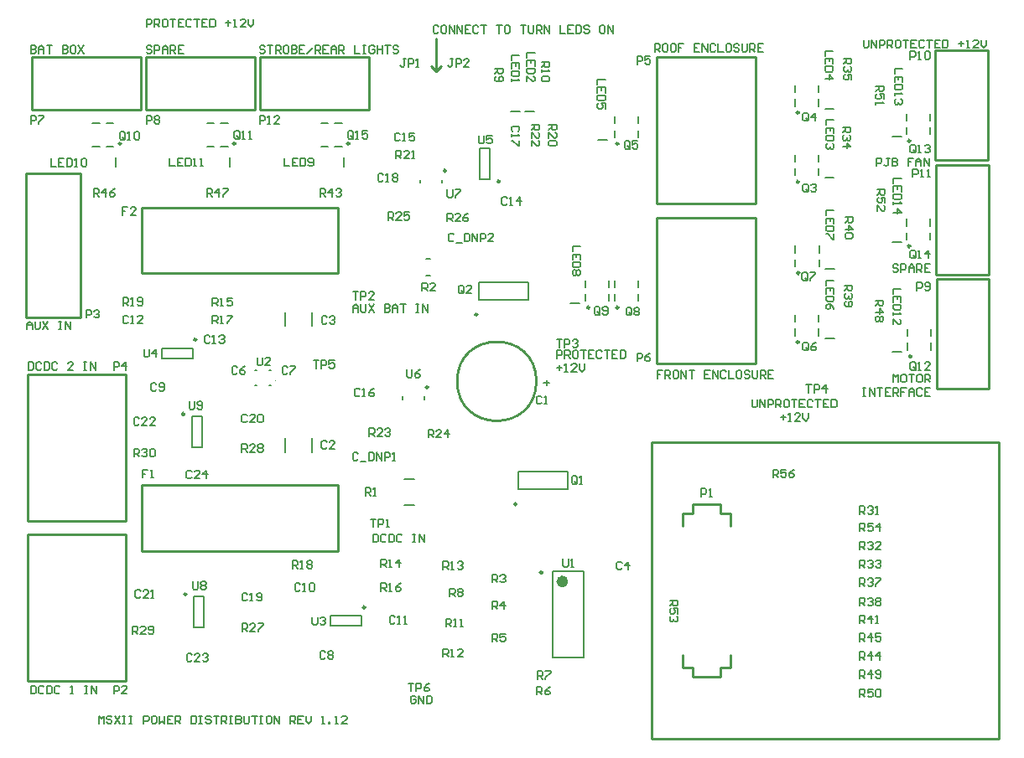
<source format=gto>
G04 Layer_Color=65535*
%FSLAX25Y25*%
%MOIN*%
G70*
G01*
G75*
%ADD36C,0.01000*%
%ADD61C,0.00394*%
%ADD62C,0.00984*%
%ADD63C,0.02362*%
%ADD64C,0.00787*%
%ADD65C,0.00591*%
%ADD66C,0.00669*%
%ADD67C,0.00709*%
D36*
X209949Y142232D02*
G03*
X209949Y142232I-15748J0D01*
G01*
X272047Y93307D02*
X283071D01*
Y89764D02*
X287008D01*
X272047D02*
Y93307D01*
X268110Y89764D02*
X272047D01*
X283071D02*
Y93307D01*
X272047Y24803D02*
Y28346D01*
X283071D02*
X287008D01*
X283071Y24803D02*
Y28346D01*
X268110D02*
X272047D01*
Y24803D02*
X283071D01*
X268110Y84646D02*
Y89764D01*
X287008Y84646D02*
Y89764D01*
X268110Y28346D02*
Y33465D01*
X287008Y28346D02*
Y33465D01*
X255906Y0D02*
X393701D01*
Y118110D01*
X255906D02*
X393701D01*
X255906Y0D02*
Y118110D01*
X52952Y74610D02*
X130983D01*
Y100515D01*
X52991Y100830D02*
X130983D01*
X52991Y74610D02*
Y100830D01*
X52952Y185173D02*
X130983D01*
Y211079D01*
X52991Y211394D02*
X130983D01*
X52991Y185173D02*
Y211394D01*
X37782Y271220D02*
X52859D01*
Y250354D02*
Y271220D01*
X9260Y250354D02*
Y271220D01*
Y250354D02*
X52859D01*
X9260Y271220D02*
X41719D01*
X54620D02*
X87079D01*
X54620Y250354D02*
X98220D01*
X54620D02*
Y271220D01*
X98220Y250354D02*
Y271220D01*
X83142D02*
X98220D01*
X389831Y150453D02*
Y182912D01*
X368965Y139312D02*
Y182912D01*
X389831D01*
X368965Y139312D02*
X389831D01*
Y154390D01*
X389331Y230312D02*
Y245390D01*
X368465Y230312D02*
X389331D01*
X368465Y273912D02*
X389331D01*
X368465Y230312D02*
Y273912D01*
X389331Y241453D02*
Y273912D01*
X389631Y195953D02*
Y228412D01*
X368765Y184812D02*
Y228412D01*
X389631D01*
X368765Y184812D02*
X389631D01*
Y199890D01*
X128502Y271220D02*
X143580D01*
Y250354D02*
Y271220D01*
X99980Y250354D02*
Y271220D01*
Y250354D02*
X143580D01*
X99980Y271220D02*
X132439D01*
X7737Y86756D02*
Y145023D01*
X46910D01*
X7737Y86756D02*
X46910D01*
Y145023D01*
X7737Y22976D02*
Y81244D01*
X46910D01*
X7737Y22976D02*
X46910D01*
Y81244D01*
X170000Y265787D02*
X172000Y267787D01*
X168000D02*
X170000Y265787D01*
Y278787D01*
X296938Y212956D02*
Y271224D01*
X257765Y212956D02*
X296938D01*
X257765Y271224D02*
X296938D01*
X257765Y212956D02*
Y271224D01*
X296938Y149176D02*
Y207444D01*
X257765Y149176D02*
X296938D01*
X257765Y207444D02*
X296938D01*
X257765Y149176D02*
Y207444D01*
X6949Y225028D02*
X28800D01*
X6949Y167547D02*
X28800D01*
X6949Y182114D02*
Y210559D01*
X28800Y167547D02*
Y225028D01*
X6949Y167547D02*
Y182114D01*
Y210559D02*
Y225028D01*
D61*
X106252Y142598D02*
G03*
X106252Y142598I-197J0D01*
G01*
D62*
X359049Y152204D02*
G03*
X359049Y152204I-492J0D01*
G01*
X174035Y226024D02*
G03*
X174035Y226024I-492J0D01*
G01*
X166967Y139872D02*
G03*
X166967Y139872I-492J0D01*
G01*
X195428Y221803D02*
G03*
X195428Y221803I-492J0D01*
G01*
X74810Y158858D02*
G03*
X74810Y158858I-492J0D01*
G01*
X202128Y93365D02*
G03*
X202128Y93365I-492J0D01*
G01*
X186518Y168813D02*
G03*
X186518Y168813I-492J0D01*
G01*
X314339Y221645D02*
G03*
X314339Y221645I-492J0D01*
G01*
Y249176D02*
G03*
X314339Y249176I-492J0D01*
G01*
X242610Y236805D02*
G03*
X242610Y236805I-492J0D01*
G01*
X314358Y157838D02*
G03*
X314358Y157838I-492J0D01*
G01*
X314498Y185397D02*
G03*
X314498Y185397I-492J0D01*
G01*
X242610Y171617D02*
G03*
X242610Y171617I-492J0D01*
G01*
X231109D02*
G03*
X231109Y171617I-492J0D01*
G01*
X44904Y236846D02*
G03*
X44904Y236846I-492J0D01*
G01*
X90327D02*
G03*
X90327Y236846I-492J0D01*
G01*
X358600Y237956D02*
G03*
X358600Y237956I-492J0D01*
G01*
Y196056D02*
G03*
X358600Y196056I-492J0D01*
G01*
X135687Y236846D02*
G03*
X135687Y236846I-492J0D01*
G01*
X212364Y66159D02*
G03*
X212364Y66159I-492J0D01*
G01*
X141922Y52303D02*
G03*
X141922Y52303I-492J0D01*
G01*
X70898Y57516D02*
G03*
X70898Y57516I-492J0D01*
G01*
X70079Y129176D02*
G03*
X70079Y129176I-492J0D01*
G01*
D63*
X221419Y62547D02*
G03*
X221419Y62547I-1181J0D01*
G01*
D64*
X103732Y140532D02*
X104520D01*
X103732Y146634D02*
X104520D01*
X98024D02*
X98811D01*
X98024Y140532D02*
X98811D01*
X357376Y154763D02*
Y157519D01*
Y160275D02*
Y163031D01*
X366824Y160275D02*
Y163031D01*
Y154763D02*
Y157519D01*
X110059Y164197D02*
Y169709D01*
X120689Y164197D02*
Y169709D01*
X163701Y221299D02*
Y222480D01*
X172362Y221299D02*
Y222480D01*
X156632Y135148D02*
Y136329D01*
X165294Y135148D02*
Y136329D01*
X187554Y222787D02*
X191491D01*
X187554Y234992D02*
X191491D01*
Y222787D02*
Y234992D01*
X187554Y222787D02*
Y234992D01*
X73334Y151476D02*
Y155413D01*
X61129Y151476D02*
Y155413D01*
X73334D01*
X61129Y151476D02*
X73334D01*
X166235Y190958D02*
X167809D01*
X166235Y184462D02*
X167809D01*
X120689Y114133D02*
Y119645D01*
X110059Y114133D02*
Y119645D01*
X202639Y99270D02*
X222324D01*
X202639Y106357D02*
X222324D01*
X202639Y99270D02*
Y106357D01*
X222324Y99270D02*
Y106357D01*
X187030Y174718D02*
X206715D01*
X187030Y181805D02*
X206715D01*
X187030Y174718D02*
Y181805D01*
X206715Y174718D02*
Y181805D01*
X322115Y224204D02*
Y226960D01*
Y229716D02*
Y232472D01*
X312666Y229716D02*
Y232472D01*
Y224204D02*
Y226960D01*
Y251735D02*
Y254491D01*
Y257247D02*
Y260003D01*
X322115Y257247D02*
Y260003D01*
Y251735D02*
Y254491D01*
X250385Y239364D02*
Y242120D01*
Y244876D02*
Y247632D01*
X240936Y244876D02*
Y247632D01*
Y239364D02*
Y242120D01*
X312685Y160397D02*
Y163153D01*
Y165909D02*
Y168665D01*
X322134Y165909D02*
Y168665D01*
Y160397D02*
Y163153D01*
X322273Y187956D02*
Y190712D01*
Y193468D02*
Y196224D01*
X312824Y193468D02*
Y196224D01*
Y187956D02*
Y190712D01*
X240936Y174176D02*
Y176932D01*
Y179688D02*
Y182444D01*
X250385Y179688D02*
Y182444D01*
Y174176D02*
Y176932D01*
X238885Y174176D02*
Y176932D01*
Y179688D02*
Y182444D01*
X229436Y179688D02*
Y182444D01*
Y174176D02*
Y176932D01*
X39097Y235665D02*
X41853D01*
X33585D02*
X36341D01*
X33585Y245114D02*
X36341D01*
X39097D02*
X41853D01*
X84520D02*
X87276D01*
X79008D02*
X81764D01*
X79008Y235665D02*
X81764D01*
X84520D02*
X87276D01*
X366376Y240515D02*
Y243271D01*
Y246027D02*
Y248783D01*
X356927Y246027D02*
Y248783D01*
Y240515D02*
Y243271D01*
Y198615D02*
Y201371D01*
Y204127D02*
Y206883D01*
X366376Y204127D02*
Y206883D01*
Y198615D02*
Y201371D01*
X129880Y245114D02*
X132636D01*
X124368D02*
X127124D01*
X124368Y235665D02*
X127124D01*
X129880D02*
X132636D01*
X216301Y32232D02*
Y66484D01*
X228899Y32232D02*
Y66484D01*
X216301D02*
X228899D01*
X216301Y32232D02*
X228899D01*
X140445Y44921D02*
Y48858D01*
X128241Y44921D02*
Y48858D01*
X140445D01*
X128241Y44921D02*
X140445D01*
X73851Y56532D02*
X77788D01*
X73851Y44328D02*
X77788D01*
X73851D02*
Y56532D01*
X77788Y44328D02*
Y56532D01*
X73032Y128192D02*
X76968D01*
X73032Y115987D02*
X76968D01*
X73032D02*
Y128192D01*
X76968Y115987D02*
Y128192D01*
X157520Y92921D02*
X161457D01*
X157520Y103157D02*
X161457D01*
D65*
X133581Y227665D02*
Y231250D01*
X199866Y249617D02*
X203450D01*
X205505Y249617D02*
X209090D01*
X324666Y223259D02*
X328250D01*
X324825Y159321D02*
X328409D01*
X324825Y187011D02*
X328409D01*
X324666Y250770D02*
X328250D01*
X223566Y173231D02*
X227150D01*
X234427Y238297D02*
X238011D01*
X42805Y227665D02*
Y231250D01*
X88221Y227665D02*
Y231250D01*
X351547Y153818D02*
X355132D01*
X351547Y239570D02*
X355132D01*
X351547Y197670D02*
X355132D01*
X275480Y96375D02*
Y99523D01*
X277055D01*
X277579Y98999D01*
Y97949D01*
X277055Y97424D01*
X275480D01*
X278629Y96375D02*
X279678D01*
X279154D01*
Y99523D01*
X278629Y98999D01*
D66*
X218098Y151436D02*
Y154584D01*
X219673D01*
X220198Y154060D01*
Y153010D01*
X219673Y152485D01*
X218098D01*
X221247Y151436D02*
Y154584D01*
X222821D01*
X223346Y154060D01*
Y153010D01*
X222821Y152485D01*
X221247D01*
X222297D02*
X223346Y151436D01*
X225970Y154584D02*
X224920D01*
X224396Y154060D01*
Y151961D01*
X224920Y151436D01*
X225970D01*
X226495Y151961D01*
Y154060D01*
X225970Y154584D01*
X227544D02*
X229643D01*
X228594D01*
Y151436D01*
X232792Y154584D02*
X230693D01*
Y151436D01*
X232792D01*
X230693Y153010D02*
X231742D01*
X235940Y154060D02*
X235416Y154584D01*
X234366D01*
X233841Y154060D01*
Y151961D01*
X234366Y151436D01*
X235416D01*
X235940Y151961D01*
X236990Y154584D02*
X239089D01*
X238039D01*
Y151436D01*
X242238Y154584D02*
X240139D01*
Y151436D01*
X242238D01*
X240139Y153010D02*
X241188D01*
X243287Y154584D02*
Y151436D01*
X244861D01*
X245386Y151961D01*
Y154060D01*
X244861Y154584D01*
X243287D01*
X218098Y147626D02*
X220198D01*
X219148Y148675D02*
Y146576D01*
X221247Y146051D02*
X222297D01*
X221772D01*
Y149200D01*
X221247Y148675D01*
X225970Y146051D02*
X223871D01*
X225970Y148150D01*
Y148675D01*
X225445Y149200D01*
X224396D01*
X223871Y148675D01*
X227019Y149200D02*
Y147101D01*
X228069Y146051D01*
X229118Y147101D01*
Y149200D01*
X295669Y134990D02*
Y132366D01*
X296194Y131841D01*
X297244D01*
X297768Y132366D01*
Y134990D01*
X298818Y131841D02*
Y134990D01*
X300917Y131841D01*
Y134990D01*
X301967Y131841D02*
Y134990D01*
X303541D01*
X304065Y134465D01*
Y133416D01*
X303541Y132891D01*
X301967D01*
X305115Y131841D02*
Y134990D01*
X306689D01*
X307214Y134465D01*
Y133416D01*
X306689Y132891D01*
X305115D01*
X306165D02*
X307214Y131841D01*
X309838Y134990D02*
X308788D01*
X308264Y134465D01*
Y132366D01*
X308788Y131841D01*
X309838D01*
X310363Y132366D01*
Y134465D01*
X309838Y134990D01*
X311412D02*
X313511D01*
X312462D01*
Y131841D01*
X316660Y134990D02*
X314561D01*
Y131841D01*
X316660D01*
X314561Y133416D02*
X315610D01*
X319809Y134465D02*
X319284Y134990D01*
X318234D01*
X317709Y134465D01*
Y132366D01*
X318234Y131841D01*
X319284D01*
X319809Y132366D01*
X320858Y134990D02*
X322957D01*
X321907D01*
Y131841D01*
X326106Y134990D02*
X324007D01*
Y131841D01*
X326106D01*
X324007Y133416D02*
X325056D01*
X327155Y134990D02*
Y131841D01*
X328730D01*
X329254Y132366D01*
Y134465D01*
X328730Y134990D01*
X327155D01*
X306952Y128031D02*
X309051D01*
X308001Y129080D02*
Y126981D01*
X310100Y126457D02*
X311150D01*
X310625D01*
Y129605D01*
X310100Y129080D01*
X314823Y126457D02*
X312724D01*
X314823Y128556D01*
Y129080D01*
X314299Y129605D01*
X313249D01*
X312724Y129080D01*
X315873Y129605D02*
Y127506D01*
X316922Y126457D01*
X317972Y127506D01*
Y129605D01*
X351739Y141841D02*
Y144990D01*
X352788Y143940D01*
X353838Y144990D01*
Y141841D01*
X356462Y144990D02*
X355412D01*
X354888Y144465D01*
Y142366D01*
X355412Y141841D01*
X356462D01*
X356986Y142366D01*
Y144465D01*
X356462Y144990D01*
X358036D02*
X360135D01*
X359086D01*
Y141841D01*
X362759Y144990D02*
X361709D01*
X361185Y144465D01*
Y142366D01*
X361709Y141841D01*
X362759D01*
X363284Y142366D01*
Y144465D01*
X362759Y144990D01*
X364333Y141841D02*
Y144990D01*
X365908D01*
X366432Y144465D01*
Y143416D01*
X365908Y142891D01*
X364333D01*
X365383D02*
X366432Y141841D01*
X339669Y139605D02*
X340719D01*
X340194D01*
Y136457D01*
X339669D01*
X340719D01*
X342293D02*
Y139605D01*
X344392Y136457D01*
Y139605D01*
X345442D02*
X347541D01*
X346491D01*
Y136457D01*
X350689Y139605D02*
X348590D01*
Y136457D01*
X350689D01*
X348590Y138031D02*
X349640D01*
X351739Y136457D02*
Y139605D01*
X353313D01*
X353838Y139081D01*
Y138031D01*
X353313Y137506D01*
X351739D01*
X352788D02*
X353838Y136457D01*
X356986Y139605D02*
X354888D01*
Y138031D01*
X355937D01*
X354888D01*
Y136457D01*
X358036D02*
Y138556D01*
X359086Y139605D01*
X360135Y138556D01*
Y136457D01*
Y138031D01*
X358036D01*
X363284Y139081D02*
X362759Y139605D01*
X361709D01*
X361185Y139081D01*
Y136981D01*
X361709Y136457D01*
X362759D01*
X363284Y136981D01*
X366432Y139605D02*
X364333D01*
Y136457D01*
X366432D01*
X364333Y138031D02*
X365383D01*
X353768Y188293D02*
X353244Y188818D01*
X352194D01*
X351669Y188293D01*
Y187768D01*
X352194Y187244D01*
X353244D01*
X353768Y186719D01*
Y186194D01*
X353244Y185669D01*
X352194D01*
X351669Y186194D01*
X354818Y185669D02*
Y188818D01*
X356392D01*
X356917Y188293D01*
Y187244D01*
X356392Y186719D01*
X354818D01*
X357966Y185669D02*
Y187768D01*
X359016Y188818D01*
X360066Y187768D01*
Y185669D01*
Y187244D01*
X357966D01*
X361115Y185669D02*
Y188818D01*
X362689D01*
X363214Y188293D01*
Y187244D01*
X362689Y186719D01*
X361115D01*
X362165D02*
X363214Y185669D01*
X366363Y188818D02*
X364264D01*
Y185669D01*
X366363D01*
X364264Y187244D02*
X365313D01*
X345036Y227957D02*
Y231105D01*
X346610D01*
X347135Y230580D01*
Y229531D01*
X346610Y229006D01*
X345036D01*
X350284Y231105D02*
X349234D01*
X349759D01*
Y228481D01*
X349234Y227957D01*
X348709D01*
X348185Y228481D01*
X351333Y231105D02*
Y227957D01*
X352907D01*
X353432Y228481D01*
Y229006D01*
X352907Y229531D01*
X351333D01*
X352907D01*
X353432Y230056D01*
Y230580D01*
X352907Y231105D01*
X351333D01*
X359730D02*
X357630D01*
Y229531D01*
X358680D01*
X357630D01*
Y227957D01*
X360779D02*
Y230056D01*
X361828Y231105D01*
X362878Y230056D01*
Y227957D01*
Y229531D01*
X360779D01*
X363928Y227957D02*
Y231105D01*
X366027Y227957D01*
Y231105D01*
X338472Y31375D02*
Y34523D01*
X340046D01*
X340571Y33999D01*
Y32949D01*
X340046Y32424D01*
X338472D01*
X339521D02*
X340571Y31375D01*
X343195D02*
Y34523D01*
X341620Y32949D01*
X343719D01*
X346343Y31375D02*
Y34523D01*
X344769Y32949D01*
X346868D01*
X338472Y24076D02*
Y27225D01*
X340046D01*
X340571Y26700D01*
Y25651D01*
X340046Y25126D01*
X338472D01*
X339521D02*
X340571Y24076D01*
X343195D02*
Y27225D01*
X341620Y25651D01*
X343719D01*
X344769Y24601D02*
X345294Y24076D01*
X346343D01*
X346868Y24601D01*
Y26700D01*
X346343Y27225D01*
X345294D01*
X344769Y26700D01*
Y26175D01*
X345294Y25651D01*
X346868D01*
X360660Y147300D02*
Y149399D01*
X360135Y149923D01*
X359086D01*
X358561Y149399D01*
Y147300D01*
X359086Y146775D01*
X360135D01*
X359610Y147824D02*
X360660Y146775D01*
X360135D02*
X360660Y147300D01*
X361709Y146775D02*
X362759D01*
X362234D01*
Y149923D01*
X361709Y149399D01*
X366432Y146775D02*
X364333D01*
X366432Y148874D01*
Y149399D01*
X365908Y149923D01*
X364858D01*
X364333Y149399D01*
X159000Y22038D02*
X161099D01*
X160049D01*
Y18890D01*
X162149D02*
Y22038D01*
X163723D01*
X164248Y21514D01*
Y20464D01*
X163723Y19939D01*
X162149D01*
X167396Y22038D02*
X166347Y21514D01*
X165297Y20464D01*
Y19414D01*
X165822Y18890D01*
X166872D01*
X167396Y19414D01*
Y19939D01*
X166872Y20464D01*
X165297D01*
X121275Y150611D02*
X123374D01*
X122324D01*
Y147462D01*
X124423D02*
Y150611D01*
X125998D01*
X126523Y150086D01*
Y149037D01*
X125998Y148512D01*
X124423D01*
X129671Y150611D02*
X127572D01*
Y149037D01*
X128621Y149561D01*
X129146D01*
X129671Y149037D01*
Y147987D01*
X129146Y147462D01*
X128097D01*
X127572Y147987D01*
X317200Y140936D02*
X319299D01*
X318250D01*
Y137787D01*
X320349D02*
Y140936D01*
X321923D01*
X322448Y140411D01*
Y139362D01*
X321923Y138837D01*
X320349D01*
X325072Y137787D02*
Y140936D01*
X323497Y139362D01*
X325596D01*
X218000Y158936D02*
X220099D01*
X219050D01*
Y155787D01*
X221149D02*
Y158936D01*
X222723D01*
X223248Y158411D01*
Y157362D01*
X222723Y156837D01*
X221149D01*
X224297Y158411D02*
X224822Y158936D01*
X225871D01*
X226396Y158411D01*
Y157887D01*
X225871Y157362D01*
X225347D01*
X225871D01*
X226396Y156837D01*
Y156312D01*
X225871Y155787D01*
X224822D01*
X224297Y156312D01*
X137000Y177936D02*
X139099D01*
X138049D01*
Y174787D01*
X140149D02*
Y177936D01*
X141723D01*
X142248Y177411D01*
Y176362D01*
X141723Y175837D01*
X140149D01*
X145396Y174787D02*
X143297D01*
X145396Y176886D01*
Y177411D01*
X144871Y177936D01*
X143822D01*
X143297Y177411D01*
X144000Y87436D02*
X146099D01*
X145050D01*
Y84287D01*
X147149D02*
Y87436D01*
X148723D01*
X149248Y86911D01*
Y85862D01*
X148723Y85337D01*
X147149D01*
X150297Y84287D02*
X151347D01*
X150822D01*
Y87436D01*
X150297Y86911D01*
X126742Y167668D02*
X126217Y168193D01*
X125168D01*
X124643Y167668D01*
Y165569D01*
X125168Y165044D01*
X126217D01*
X126742Y165569D01*
X127791Y167668D02*
X128316Y168193D01*
X129366D01*
X129891Y167668D01*
Y167143D01*
X129366Y166618D01*
X128841D01*
X129366D01*
X129891Y166094D01*
Y165569D01*
X129366Y165044D01*
X128316D01*
X127791Y165569D01*
X176874Y270613D02*
X175824D01*
X176349D01*
Y267989D01*
X175824Y267465D01*
X175300D01*
X174775Y267989D01*
X177923Y267465D02*
Y270613D01*
X179498D01*
X180023Y270088D01*
Y269039D01*
X179498Y268514D01*
X177923D01*
X183171Y267465D02*
X181072D01*
X183171Y269564D01*
Y270088D01*
X182646Y270613D01*
X181597D01*
X181072Y270088D01*
X157974Y270613D02*
X156924D01*
X157449D01*
Y267989D01*
X156924Y267465D01*
X156400D01*
X155875Y267989D01*
X159023Y267465D02*
Y270613D01*
X160598D01*
X161123Y270088D01*
Y269039D01*
X160598Y268514D01*
X159023D01*
X162172Y267465D02*
X163222D01*
X162697D01*
Y270613D01*
X162172Y270088D01*
X174531Y218538D02*
Y215915D01*
X175056Y215390D01*
X176106D01*
X176630Y215915D01*
Y218538D01*
X177680D02*
X179779D01*
Y218014D01*
X177680Y215915D01*
Y215390D01*
X158463Y146887D02*
Y144263D01*
X158988Y143738D01*
X160037D01*
X160562Y144263D01*
Y146887D01*
X163711D02*
X162661Y146362D01*
X161612Y145312D01*
Y144263D01*
X162136Y143738D01*
X163186D01*
X163711Y144263D01*
Y144788D01*
X163186Y145312D01*
X161612D01*
X187022Y240038D02*
Y237415D01*
X187547Y236890D01*
X188596D01*
X189121Y237415D01*
Y240038D01*
X192270D02*
X190171D01*
Y238464D01*
X191220Y238989D01*
X191745D01*
X192270Y238464D01*
Y237415D01*
X191745Y236890D01*
X190695D01*
X190171Y237415D01*
X53991Y155006D02*
Y152382D01*
X54516Y151857D01*
X55566D01*
X56090Y152382D01*
Y155006D01*
X58714Y151857D02*
Y155006D01*
X57140Y153432D01*
X59239D01*
X338472Y82600D02*
Y85749D01*
X340046D01*
X340571Y85224D01*
Y84174D01*
X340046Y83649D01*
X338472D01*
X339521D02*
X340571Y82600D01*
X343719Y85749D02*
X341620D01*
Y84174D01*
X342670Y84699D01*
X343195D01*
X343719Y84174D01*
Y83125D01*
X343195Y82600D01*
X342145D01*
X341620Y83125D01*
X346343Y82600D02*
Y85749D01*
X344769Y84174D01*
X346868D01*
X263000Y55018D02*
X266149D01*
Y53444D01*
X265624Y52919D01*
X264574D01*
X264050Y53444D01*
Y55018D01*
Y53969D02*
X263000Y52919D01*
X266149Y49770D02*
Y51869D01*
X264574D01*
X265099Y50820D01*
Y50295D01*
X264574Y49770D01*
X263525D01*
X263000Y50295D01*
Y51345D01*
X263525Y51869D01*
X265624Y48721D02*
X266149Y48196D01*
Y47147D01*
X265624Y46622D01*
X265099D01*
X264574Y47147D01*
Y47671D01*
Y47147D01*
X264050Y46622D01*
X263525D01*
X263000Y47147D01*
Y48196D01*
X263525Y48721D01*
X345400Y218544D02*
X348549D01*
Y216970D01*
X348024Y216445D01*
X346974D01*
X346449Y216970D01*
Y218544D01*
Y217495D02*
X345400Y216445D01*
X348549Y213297D02*
Y215395D01*
X346974D01*
X347499Y214346D01*
Y213821D01*
X346974Y213297D01*
X345925D01*
X345400Y213821D01*
Y214871D01*
X345925Y215395D01*
X345400Y210148D02*
Y212247D01*
X347499Y210148D01*
X348024D01*
X348549Y210673D01*
Y211722D01*
X348024Y212247D01*
X344900Y259768D02*
X348049D01*
Y258193D01*
X347524Y257669D01*
X346474D01*
X345950Y258193D01*
Y259768D01*
Y258718D02*
X344900Y257669D01*
X348049Y254520D02*
Y256619D01*
X346474D01*
X346999Y255570D01*
Y255045D01*
X346474Y254520D01*
X345425D01*
X344900Y255045D01*
Y256095D01*
X345425Y256619D01*
X344900Y253471D02*
Y252421D01*
Y252946D01*
X348049D01*
X347524Y253471D01*
X338472Y16599D02*
Y19748D01*
X340046D01*
X340571Y19223D01*
Y18174D01*
X340046Y17649D01*
X338472D01*
X339521D02*
X340571Y16599D01*
X343719Y19748D02*
X341620D01*
Y18174D01*
X342670Y18699D01*
X343195D01*
X343719Y18174D01*
Y17124D01*
X343195Y16599D01*
X342145D01*
X341620Y17124D01*
X344769Y19223D02*
X345294Y19748D01*
X346343D01*
X346868Y19223D01*
Y17124D01*
X346343Y16599D01*
X345294D01*
X344769Y17124D01*
Y19223D01*
X344700Y174390D02*
X347849D01*
Y172816D01*
X347324Y172291D01*
X346274D01*
X345749Y172816D01*
Y174390D01*
Y173340D02*
X344700Y172291D01*
Y169667D02*
X347849D01*
X346274Y171241D01*
Y169142D01*
X347324Y168093D02*
X347849Y167568D01*
Y166518D01*
X347324Y165993D01*
X346799D01*
X346274Y166518D01*
X345749Y165993D01*
X345225D01*
X344700Y166518D01*
Y167568D01*
X345225Y168093D01*
X345749D01*
X346274Y167568D01*
X346799Y168093D01*
X347324D01*
X346274Y167568D02*
Y166518D01*
X338472Y67967D02*
Y71115D01*
X340046D01*
X340571Y70590D01*
Y69541D01*
X340046Y69016D01*
X338472D01*
X339521D02*
X340571Y67967D01*
X341620Y70590D02*
X342145Y71115D01*
X343195D01*
X343719Y70590D01*
Y70066D01*
X343195Y69541D01*
X342670D01*
X343195D01*
X343719Y69016D01*
Y68491D01*
X343195Y67967D01*
X342145D01*
X341620Y68491D01*
X344769Y70590D02*
X345294Y71115D01*
X346343D01*
X346868Y70590D01*
Y70066D01*
X346343Y69541D01*
X345818D01*
X346343D01*
X346868Y69016D01*
Y68491D01*
X346343Y67967D01*
X345294D01*
X344769Y68491D01*
X338472Y89367D02*
Y92515D01*
X340046D01*
X340571Y91991D01*
Y90941D01*
X340046Y90416D01*
X338472D01*
X339521D02*
X340571Y89367D01*
X341620Y91991D02*
X342145Y92515D01*
X343195D01*
X343719Y91991D01*
Y91466D01*
X343195Y90941D01*
X342670D01*
X343195D01*
X343719Y90416D01*
Y89891D01*
X343195Y89367D01*
X342145D01*
X341620Y89891D01*
X344769Y89367D02*
X345818D01*
X345294D01*
Y92515D01*
X344769Y91991D01*
X154153Y230890D02*
Y234038D01*
X155727D01*
X156252Y233514D01*
Y232464D01*
X155727Y231939D01*
X154153D01*
X155203D02*
X156252Y230890D01*
X159401D02*
X157302D01*
X159401Y232989D01*
Y233514D01*
X158876Y234038D01*
X157826D01*
X157302Y233514D01*
X160450Y230890D02*
X161500D01*
X160975D01*
Y234038D01*
X160450Y233514D01*
X214903Y244312D02*
X218052D01*
Y242738D01*
X217527Y242213D01*
X216478D01*
X215953Y242738D01*
Y244312D01*
Y243263D02*
X214903Y242213D01*
Y239065D02*
Y241164D01*
X217002Y239065D01*
X217527D01*
X218052Y239589D01*
Y240639D01*
X217527Y241164D01*
Y238015D02*
X218052Y237490D01*
Y236441D01*
X217527Y235916D01*
X215428D01*
X214903Y236441D01*
Y237490D01*
X215428Y238015D01*
X217527D01*
X45621Y172344D02*
Y175493D01*
X47195D01*
X47719Y174968D01*
Y173918D01*
X47195Y173394D01*
X45621D01*
X46670D02*
X47719Y172344D01*
X48769D02*
X49819D01*
X49294D01*
Y175493D01*
X48769Y174968D01*
X51393Y172869D02*
X51918Y172344D01*
X52967D01*
X53492Y172869D01*
Y174968D01*
X52967Y175493D01*
X51918D01*
X51393Y174968D01*
Y174443D01*
X51918Y173918D01*
X53492D01*
X112977Y67795D02*
Y70943D01*
X114551D01*
X115076Y70419D01*
Y69369D01*
X114551Y68844D01*
X112977D01*
X114026D02*
X115076Y67795D01*
X116125D02*
X117175D01*
X116650D01*
Y70943D01*
X116125Y70419D01*
X118749D02*
X119274Y70943D01*
X120323D01*
X120848Y70419D01*
Y69894D01*
X120323Y69369D01*
X120848Y68844D01*
Y68320D01*
X120323Y67795D01*
X119274D01*
X118749Y68320D01*
Y68844D01*
X119274Y69369D01*
X118749Y69894D01*
Y70419D01*
X119274Y69369D02*
X120323D01*
X172876Y32659D02*
Y35808D01*
X174451D01*
X174975Y35283D01*
Y34234D01*
X174451Y33709D01*
X172876D01*
X173926D02*
X174975Y32659D01*
X176025D02*
X177074D01*
X176549D01*
Y35808D01*
X176025Y35283D01*
X180748Y32659D02*
X178649D01*
X180748Y34758D01*
Y35283D01*
X180223Y35808D01*
X179173D01*
X178649Y35283D01*
X173926Y44659D02*
Y47808D01*
X175500D01*
X176025Y47283D01*
Y46234D01*
X175500Y45709D01*
X173926D01*
X174975D02*
X176025Y44659D01*
X177074D02*
X178124D01*
X177599D01*
Y47808D01*
X177074Y47283D01*
X179698Y44659D02*
X180748D01*
X180223D01*
Y47808D01*
X179698Y47283D01*
X192431Y51558D02*
Y54707D01*
X194006D01*
X194530Y54182D01*
Y53133D01*
X194006Y52608D01*
X192431D01*
X193481D02*
X194530Y51558D01*
X197154D02*
Y54707D01*
X195580Y53133D01*
X197679D01*
X164522Y178210D02*
Y181359D01*
X166096D01*
X166621Y180834D01*
Y179785D01*
X166096Y179260D01*
X164522D01*
X165572D02*
X166621Y178210D01*
X169770D02*
X167671D01*
X169770Y180309D01*
Y180834D01*
X169245Y181359D01*
X168195D01*
X167671Y180834D01*
X109802Y231048D02*
Y227899D01*
X111901D01*
X115050Y231048D02*
X112951D01*
Y227899D01*
X115050D01*
X112951Y229473D02*
X114000D01*
X116099Y231048D02*
Y227899D01*
X117674D01*
X118198Y228424D01*
Y230523D01*
X117674Y231048D01*
X116099D01*
X119248Y228424D02*
X119773Y227899D01*
X120822D01*
X121347Y228424D01*
Y230523D01*
X120822Y231048D01*
X119773D01*
X119248Y230523D01*
Y229998D01*
X119773Y229473D01*
X121347D01*
X177121Y200514D02*
X176596Y201038D01*
X175547D01*
X175022Y200514D01*
Y198415D01*
X175547Y197890D01*
X176596D01*
X177121Y198415D01*
X178171Y197365D02*
X180270D01*
X181319Y201038D02*
Y197890D01*
X182894D01*
X183418Y198415D01*
Y200514D01*
X182894Y201038D01*
X181319D01*
X184468Y197890D02*
Y201038D01*
X186567Y197890D01*
Y201038D01*
X187616Y197890D02*
Y201038D01*
X189191D01*
X189716Y200514D01*
Y199464D01*
X189191Y198939D01*
X187616D01*
X192864Y197890D02*
X190765D01*
X192864Y199989D01*
Y200514D01*
X192339Y201038D01*
X191290D01*
X190765Y200514D01*
X139099Y113411D02*
X138574Y113936D01*
X137525D01*
X137000Y113411D01*
Y111312D01*
X137525Y110787D01*
X138574D01*
X139099Y111312D01*
X140149Y110263D02*
X142248D01*
X143297Y113936D02*
Y110787D01*
X144871D01*
X145396Y111312D01*
Y113411D01*
X144871Y113936D01*
X143297D01*
X146446Y110787D02*
Y113936D01*
X148545Y110787D01*
Y113936D01*
X149594Y110787D02*
Y113936D01*
X151169D01*
X151693Y113411D01*
Y112362D01*
X151169Y111837D01*
X149594D01*
X152743Y110787D02*
X153793D01*
X153268D01*
Y113936D01*
X152743Y113411D01*
X72999Y106214D02*
X72474Y106738D01*
X71425D01*
X70900Y106214D01*
Y104114D01*
X71425Y103590D01*
X72474D01*
X72999Y104114D01*
X76148Y103590D02*
X74049D01*
X76148Y105689D01*
Y106214D01*
X75623Y106738D01*
X74573D01*
X74049Y106214D01*
X78772Y103590D02*
Y106738D01*
X77197Y105164D01*
X79296D01*
X73099Y33411D02*
X72574Y33936D01*
X71525D01*
X71000Y33411D01*
Y31312D01*
X71525Y30787D01*
X72574D01*
X73099Y31312D01*
X76248Y30787D02*
X74149D01*
X76248Y32886D01*
Y33411D01*
X75723Y33936D01*
X74673D01*
X74149Y33411D01*
X77297D02*
X77822Y33936D01*
X78872D01*
X79396Y33411D01*
Y32886D01*
X78872Y32362D01*
X78347D01*
X78872D01*
X79396Y31837D01*
Y31312D01*
X78872Y30787D01*
X77822D01*
X77297Y31312D01*
X52099Y127411D02*
X51574Y127936D01*
X50525D01*
X50000Y127411D01*
Y125312D01*
X50525Y124787D01*
X51574D01*
X52099Y125312D01*
X55248Y124787D02*
X53149D01*
X55248Y126886D01*
Y127411D01*
X54723Y127936D01*
X53673D01*
X53149Y127411D01*
X58396Y124787D02*
X56297D01*
X58396Y126886D01*
Y127411D01*
X57872Y127936D01*
X56822D01*
X56297Y127411D01*
X52599Y58654D02*
X52074Y59179D01*
X51025D01*
X50500Y58654D01*
Y56555D01*
X51025Y56030D01*
X52074D01*
X52599Y56555D01*
X55748Y56030D02*
X53649D01*
X55748Y58129D01*
Y58654D01*
X55223Y59179D01*
X54173D01*
X53649Y58654D01*
X56797Y56030D02*
X57847D01*
X57322D01*
Y59179D01*
X56797Y58654D01*
X149099Y224411D02*
X148574Y224936D01*
X147525D01*
X147000Y224411D01*
Y222312D01*
X147525Y221787D01*
X148574D01*
X149099Y222312D01*
X150149Y221787D02*
X151198D01*
X150673D01*
Y224936D01*
X150149Y224411D01*
X152772D02*
X153297Y224936D01*
X154347D01*
X154871Y224411D01*
Y223886D01*
X154347Y223362D01*
X154871Y222837D01*
Y222312D01*
X154347Y221787D01*
X153297D01*
X152772Y222312D01*
Y222837D01*
X153297Y223362D01*
X152772Y223886D01*
Y224411D01*
X153297Y223362D02*
X154347D01*
X202624Y241688D02*
X203149Y242213D01*
Y243263D01*
X202624Y243787D01*
X200525D01*
X200000Y243263D01*
Y242213D01*
X200525Y241688D01*
X200000Y240639D02*
Y239589D01*
Y240114D01*
X203149D01*
X202624Y240639D01*
X203149Y238015D02*
Y235916D01*
X202624D01*
X200525Y238015D01*
X200000D01*
X139788Y138862D02*
X139263Y139387D01*
X138213D01*
X137689Y138862D01*
Y136763D01*
X138213Y136238D01*
X139263D01*
X139788Y136763D01*
X140837Y136238D02*
X141887D01*
X141362D01*
Y139387D01*
X140837Y138862D01*
X145560Y139387D02*
X144511Y138862D01*
X143461Y137812D01*
Y136763D01*
X143986Y136238D01*
X145035D01*
X145560Y136763D01*
Y137288D01*
X145035Y137812D01*
X143461D01*
X155727Y240514D02*
X155203Y241038D01*
X154153D01*
X153628Y240514D01*
Y238415D01*
X154153Y237890D01*
X155203D01*
X155727Y238415D01*
X156777Y237890D02*
X157826D01*
X157302D01*
Y241038D01*
X156777Y240514D01*
X161500Y241038D02*
X159401D01*
Y239464D01*
X160450Y239989D01*
X160975D01*
X161500Y239464D01*
Y238415D01*
X160975Y237890D01*
X159925D01*
X159401Y238415D01*
X198257Y215014D02*
X197732Y215538D01*
X196682D01*
X196158Y215014D01*
Y212914D01*
X196682Y212390D01*
X197732D01*
X198257Y212914D01*
X199306Y212390D02*
X200356D01*
X199831D01*
Y215538D01*
X199306Y215014D01*
X203504Y212390D02*
Y215538D01*
X201930Y213964D01*
X204029D01*
X80171Y160081D02*
X79646Y160606D01*
X78597D01*
X78072Y160081D01*
Y157982D01*
X78597Y157457D01*
X79646D01*
X80171Y157982D01*
X81220Y157457D02*
X82270D01*
X81745D01*
Y160606D01*
X81220Y160081D01*
X83844D02*
X84369Y160606D01*
X85418D01*
X85943Y160081D01*
Y159556D01*
X85418Y159032D01*
X84894D01*
X85418D01*
X85943Y158507D01*
Y157982D01*
X85418Y157457D01*
X84369D01*
X83844Y157982D01*
X47719Y167868D02*
X47195Y168393D01*
X46145D01*
X45621Y167868D01*
Y165769D01*
X46145Y165244D01*
X47195D01*
X47719Y165769D01*
X48769Y165244D02*
X49819D01*
X49294D01*
Y168393D01*
X48769Y167868D01*
X53492Y165244D02*
X51393D01*
X53492Y167343D01*
Y167868D01*
X52967Y168393D01*
X51918D01*
X51393Y167868D01*
X153699Y48419D02*
X153174Y48943D01*
X152125D01*
X151600Y48419D01*
Y46320D01*
X152125Y45795D01*
X153174D01*
X153699Y46320D01*
X154749Y45795D02*
X155798D01*
X155273D01*
Y48943D01*
X154749Y48419D01*
X157372Y45795D02*
X158422D01*
X157897D01*
Y48943D01*
X157372Y48419D01*
X116044Y61419D02*
X115519Y61943D01*
X114470D01*
X113945Y61419D01*
Y59320D01*
X114470Y58795D01*
X115519D01*
X116044Y59320D01*
X117094Y58795D02*
X118143D01*
X117619D01*
Y61943D01*
X117094Y61419D01*
X119718D02*
X120242Y61943D01*
X121292D01*
X121817Y61419D01*
Y59320D01*
X121292Y58795D01*
X120242D01*
X119718Y59320D01*
Y61419D01*
X58913Y140968D02*
X58389Y141493D01*
X57339D01*
X56814Y140968D01*
Y138869D01*
X57339Y138344D01*
X58389D01*
X58913Y138869D01*
X59963D02*
X60488Y138344D01*
X61537D01*
X62062Y138869D01*
Y140968D01*
X61537Y141493D01*
X60488D01*
X59963Y140968D01*
Y140443D01*
X60488Y139918D01*
X62062D01*
X91099Y147683D02*
X90574Y148208D01*
X89525D01*
X89000Y147683D01*
Y145584D01*
X89525Y145059D01*
X90574D01*
X91099Y145584D01*
X94248Y148208D02*
X93198Y147683D01*
X92149Y146633D01*
Y145584D01*
X92673Y145059D01*
X93723D01*
X94248Y145584D01*
Y146109D01*
X93723Y146633D01*
X92149D01*
X126599Y118014D02*
X126074Y118538D01*
X125025D01*
X124500Y118014D01*
Y115914D01*
X125025Y115390D01*
X126074D01*
X126599Y115914D01*
X129748Y115390D02*
X127649D01*
X129748Y117489D01*
Y118014D01*
X129223Y118538D01*
X128173D01*
X127649Y118014D01*
X243949Y69927D02*
X243425Y70451D01*
X242375D01*
X241850Y69927D01*
Y67827D01*
X242375Y67303D01*
X243425D01*
X243949Y67827D01*
X246573Y67303D02*
Y70451D01*
X244999Y68877D01*
X247098D01*
X212099Y135911D02*
X211574Y136436D01*
X210525D01*
X210000Y135911D01*
Y133812D01*
X210525Y133287D01*
X211574D01*
X212099Y133812D01*
X213149Y133287D02*
X214198D01*
X213673D01*
Y136436D01*
X213149Y135911D01*
X111099Y147683D02*
X110574Y148208D01*
X109525D01*
X109000Y147683D01*
Y145584D01*
X109525Y145059D01*
X110574D01*
X111099Y145584D01*
X112149Y148208D02*
X114248D01*
Y147683D01*
X112149Y145584D01*
Y145059D01*
X126099Y34411D02*
X125574Y34936D01*
X124525D01*
X124000Y34411D01*
Y32312D01*
X124525Y31787D01*
X125574D01*
X126099Y32312D01*
X127149Y34411D02*
X127673Y34936D01*
X128723D01*
X129248Y34411D01*
Y33887D01*
X128723Y33362D01*
X129248Y32837D01*
Y32312D01*
X128723Y31787D01*
X127673D01*
X127149Y32312D01*
Y32837D01*
X127673Y33362D01*
X127149Y33887D01*
Y34411D01*
X127673Y33362D02*
X128723D01*
X95099Y57451D02*
X94574Y57976D01*
X93525D01*
X93000Y57451D01*
Y55352D01*
X93525Y54827D01*
X94574D01*
X95099Y55352D01*
X96149Y54827D02*
X97198D01*
X96673D01*
Y57976D01*
X96149Y57451D01*
X98772Y55352D02*
X99297Y54827D01*
X100347D01*
X100872Y55352D01*
Y57451D01*
X100347Y57976D01*
X99297D01*
X98772Y57451D01*
Y56927D01*
X99297Y56402D01*
X100872D01*
X95012Y128513D02*
X94488Y129038D01*
X93438D01*
X92913Y128513D01*
Y126414D01*
X93438Y125889D01*
X94488D01*
X95012Y126414D01*
X98161Y125889D02*
X96062D01*
X98161Y127988D01*
Y128513D01*
X97636Y129038D01*
X96587D01*
X96062Y128513D01*
X99211D02*
X99735Y129038D01*
X100785D01*
X101310Y128513D01*
Y126414D01*
X100785Y125889D01*
X99735D01*
X99211Y126414D01*
Y128513D01*
X55571Y107038D02*
X53472D01*
Y105464D01*
X54521D01*
X53472D01*
Y103889D01*
X56620D02*
X57670D01*
X57145D01*
Y107038D01*
X56620Y106513D01*
X47571Y211601D02*
X45472D01*
Y210027D01*
X46521D01*
X45472D01*
Y208453D01*
X50719D02*
X48620D01*
X50719Y210552D01*
Y211077D01*
X50195Y211601D01*
X49145D01*
X48620Y211077D01*
X203249Y271991D02*
X200100D01*
Y269892D01*
X203249Y266744D02*
Y268843D01*
X200100D01*
Y266744D01*
X201674Y268843D02*
Y267793D01*
X203249Y265694D02*
X200100D01*
Y264120D01*
X200625Y263595D01*
X202724D01*
X203249Y264120D01*
Y265694D01*
X200100Y262546D02*
Y261496D01*
Y262021D01*
X203249D01*
X202724Y262546D01*
X209388Y273041D02*
X206239D01*
Y270942D01*
X209388Y267793D02*
Y269892D01*
X206239D01*
Y267793D01*
X207814Y269892D02*
Y268843D01*
X209388Y266744D02*
X206239D01*
Y265169D01*
X206764Y264645D01*
X208863D01*
X209388Y265169D01*
Y266744D01*
X206239Y261496D02*
Y263595D01*
X208338Y261496D01*
X208863D01*
X209388Y262021D01*
Y263070D01*
X208863Y263595D01*
X328249Y246290D02*
X325100D01*
Y244191D01*
X328249Y241042D02*
Y243141D01*
X325100D01*
Y241042D01*
X326674Y243141D02*
Y242092D01*
X328249Y239993D02*
X325100D01*
Y238418D01*
X325625Y237894D01*
X327724D01*
X328249Y238418D01*
Y239993D01*
X327724Y236844D02*
X328249Y236319D01*
Y235270D01*
X327724Y234745D01*
X327199D01*
X326674Y235270D01*
Y235794D01*
Y235270D01*
X326150Y234745D01*
X325625D01*
X325100Y235270D01*
Y236319D01*
X325625Y236844D01*
X328249Y182390D02*
X325100D01*
Y180291D01*
X328249Y177142D02*
Y179241D01*
X325100D01*
Y177142D01*
X326674Y179241D02*
Y178192D01*
X328249Y176093D02*
X325100D01*
Y174518D01*
X325625Y173994D01*
X327724D01*
X328249Y174518D01*
Y176093D01*
Y170845D02*
X327724Y171895D01*
X326674Y172944D01*
X325625D01*
X325100Y172419D01*
Y171370D01*
X325625Y170845D01*
X326150D01*
X326674Y171370D01*
Y172944D01*
X328249Y210290D02*
X325100D01*
Y208191D01*
X328249Y205042D02*
Y207141D01*
X325100D01*
Y205042D01*
X326674Y207141D02*
Y206092D01*
X328249Y203993D02*
X325100D01*
Y202418D01*
X325625Y201893D01*
X327724D01*
X328249Y202418D01*
Y203993D01*
Y200844D02*
Y198745D01*
X327724D01*
X325625Y200844D01*
X325100D01*
X327849Y273790D02*
X324700D01*
Y271691D01*
X327849Y268542D02*
Y270641D01*
X324700D01*
Y268542D01*
X326274Y270641D02*
Y269592D01*
X327849Y267493D02*
X324700D01*
Y265918D01*
X325225Y265393D01*
X327324D01*
X327849Y265918D01*
Y267493D01*
X324700Y262770D02*
X327849D01*
X326274Y264344D01*
Y262245D01*
X227409Y195960D02*
X224261D01*
Y193861D01*
X227409Y190712D02*
Y192811D01*
X224261D01*
Y190712D01*
X225835Y192811D02*
Y191762D01*
X227409Y189663D02*
X224261D01*
Y188088D01*
X224785Y187564D01*
X226885D01*
X227409Y188088D01*
Y189663D01*
X226885Y186514D02*
X227409Y185989D01*
Y184940D01*
X226885Y184415D01*
X226360D01*
X225835Y184940D01*
X225310Y184415D01*
X224785D01*
X224261Y184940D01*
Y185989D01*
X224785Y186514D01*
X225310D01*
X225835Y185989D01*
X226360Y186514D01*
X226885D01*
X225835Y185989D02*
Y184940D01*
X237309Y262316D02*
X234161D01*
Y260217D01*
X237309Y257069D02*
Y259168D01*
X234161D01*
Y257069D01*
X235735Y259168D02*
Y258118D01*
X237309Y256019D02*
X234161D01*
Y254445D01*
X234685Y253920D01*
X236785D01*
X237309Y254445D01*
Y256019D01*
Y250772D02*
Y252871D01*
X235735D01*
X236260Y251821D01*
Y251296D01*
X235735Y250772D01*
X234685D01*
X234161Y251296D01*
Y252346D01*
X234685Y252871D01*
X17000Y230936D02*
Y227787D01*
X19099D01*
X22248Y230936D02*
X20149D01*
Y227787D01*
X22248D01*
X20149Y229362D02*
X21198D01*
X23297Y230936D02*
Y227787D01*
X24871D01*
X25396Y228312D01*
Y230411D01*
X24871Y230936D01*
X23297D01*
X26446Y227787D02*
X27495D01*
X26970D01*
Y230936D01*
X26446Y230411D01*
X29070D02*
X29594Y230936D01*
X30644D01*
X31169Y230411D01*
Y228312D01*
X30644Y227787D01*
X29594D01*
X29070Y228312D01*
Y230411D01*
X64201Y231048D02*
Y227899D01*
X66300D01*
X69449Y231048D02*
X67349D01*
Y227899D01*
X69449D01*
X67349Y229473D02*
X68399D01*
X70498Y231048D02*
Y227899D01*
X72072D01*
X72597Y228424D01*
Y230523D01*
X72072Y231048D01*
X70498D01*
X73647Y227899D02*
X74696D01*
X74171D01*
Y231048D01*
X73647Y230523D01*
X76270Y227899D02*
X77320D01*
X76795D01*
Y231048D01*
X76270Y230523D01*
X354890Y179046D02*
X351742D01*
Y176947D01*
X354890Y173799D02*
Y175898D01*
X351742D01*
Y173799D01*
X353316Y175898D02*
Y174848D01*
X354890Y172749D02*
X351742D01*
Y171175D01*
X352267Y170650D01*
X354366D01*
X354890Y171175D01*
Y172749D01*
X351742Y169601D02*
Y168551D01*
Y169076D01*
X354890D01*
X354366Y169601D01*
X351742Y164878D02*
Y166977D01*
X353841Y164878D01*
X354366D01*
X354890Y165402D01*
Y166452D01*
X354366Y166977D01*
X355430Y266590D02*
X352281D01*
Y264491D01*
X355430Y261342D02*
Y263441D01*
X352281D01*
Y261342D01*
X353855Y263441D02*
Y262392D01*
X355430Y260293D02*
X352281D01*
Y258718D01*
X352806Y258193D01*
X354905D01*
X355430Y258718D01*
Y260293D01*
X352281Y257144D02*
Y256095D01*
Y256619D01*
X355430D01*
X354905Y257144D01*
Y254520D02*
X355430Y253995D01*
Y252946D01*
X354905Y252421D01*
X354380D01*
X353855Y252946D01*
Y253471D01*
Y252946D01*
X353331Y252421D01*
X352806D01*
X352281Y252946D01*
Y253995D01*
X352806Y254520D01*
X354930Y222993D02*
X351781D01*
Y220894D01*
X354930Y217745D02*
Y219844D01*
X351781D01*
Y217745D01*
X353355Y219844D02*
Y218795D01*
X354930Y216696D02*
X351781D01*
Y215122D01*
X352306Y214597D01*
X354405D01*
X354930Y215122D01*
Y216696D01*
X351781Y213547D02*
Y212498D01*
Y213022D01*
X354930D01*
X354405Y213547D01*
X351781Y209349D02*
X354930D01*
X353355Y210923D01*
Y208824D01*
X31000Y167500D02*
Y170649D01*
X32574D01*
X33099Y170124D01*
Y169074D01*
X32574Y168550D01*
X31000D01*
X34149Y170124D02*
X34673Y170649D01*
X35723D01*
X36248Y170124D01*
Y169599D01*
X35723Y169074D01*
X35198D01*
X35723D01*
X36248Y168550D01*
Y168025D01*
X35723Y167500D01*
X34673D01*
X34149Y168025D01*
X250000Y268453D02*
Y271601D01*
X251574D01*
X252099Y271076D01*
Y270027D01*
X251574Y269502D01*
X250000D01*
X255248Y271601D02*
X253149D01*
Y270027D01*
X254198Y270552D01*
X254723D01*
X255248Y270027D01*
Y268977D01*
X254723Y268453D01*
X253673D01*
X253149Y268977D01*
X9000Y244787D02*
Y247936D01*
X10574D01*
X11099Y247411D01*
Y246362D01*
X10574Y245837D01*
X9000D01*
X12149Y247936D02*
X14248D01*
Y247411D01*
X12149Y245312D01*
Y244787D01*
X250000Y150287D02*
Y153436D01*
X251574D01*
X252099Y152911D01*
Y151862D01*
X251574Y151337D01*
X250000D01*
X255248Y153436D02*
X254198Y152911D01*
X253149Y151862D01*
Y150812D01*
X253673Y150287D01*
X254723D01*
X255248Y150812D01*
Y151337D01*
X254723Y151862D01*
X253149D01*
X55000Y244787D02*
Y247936D01*
X56574D01*
X57099Y247411D01*
Y246362D01*
X56574Y245837D01*
X55000D01*
X58149Y247411D02*
X58673Y247936D01*
X59723D01*
X60248Y247411D01*
Y246886D01*
X59723Y246362D01*
X60248Y245837D01*
Y245312D01*
X59723Y244787D01*
X58673D01*
X58149Y245312D01*
Y245837D01*
X58673Y246362D01*
X58149Y246886D01*
Y247411D01*
X58673Y246362D02*
X59723D01*
X361185Y178390D02*
Y181538D01*
X362759D01*
X363284Y181014D01*
Y179964D01*
X362759Y179439D01*
X361185D01*
X364333Y178914D02*
X364858Y178390D01*
X365908D01*
X366432Y178914D01*
Y181014D01*
X365908Y181538D01*
X364858D01*
X364333Y181014D01*
Y180489D01*
X364858Y179964D01*
X366432D01*
X358561Y270390D02*
Y273538D01*
X360135D01*
X360660Y273014D01*
Y271964D01*
X360135Y271439D01*
X358561D01*
X361709Y270390D02*
X362759D01*
X362234D01*
Y273538D01*
X361709Y273014D01*
X364333D02*
X364858Y273538D01*
X365908D01*
X366432Y273014D01*
Y270915D01*
X365908Y270390D01*
X364858D01*
X364333Y270915D01*
Y273014D01*
X359500Y223500D02*
Y226649D01*
X361074D01*
X361599Y226124D01*
Y225074D01*
X361074Y224550D01*
X359500D01*
X362649Y223500D02*
X363698D01*
X363173D01*
Y226649D01*
X362649Y226124D01*
X365272Y223500D02*
X366322D01*
X365797D01*
Y226649D01*
X365272Y226124D01*
X100000Y244787D02*
Y247936D01*
X101574D01*
X102099Y247411D01*
Y246362D01*
X101574Y245837D01*
X100000D01*
X103149Y244787D02*
X104198D01*
X103673D01*
Y247936D01*
X103149Y247411D01*
X107871Y244787D02*
X105772D01*
X107871Y246886D01*
Y247411D01*
X107347Y247936D01*
X106297D01*
X105772Y247411D01*
X226099Y101915D02*
Y104014D01*
X225574Y104538D01*
X224525D01*
X224000Y104014D01*
Y101915D01*
X224525Y101390D01*
X225574D01*
X225049Y102439D02*
X226099Y101390D01*
X225574D02*
X226099Y101915D01*
X227149Y101390D02*
X228198D01*
X227673D01*
Y104538D01*
X227149Y104014D01*
X181089Y177763D02*
Y179862D01*
X180564Y180386D01*
X179515D01*
X178990Y179862D01*
Y177763D01*
X179515Y177238D01*
X180564D01*
X180040Y178287D02*
X181089Y177238D01*
X180564D02*
X181089Y177763D01*
X184238Y177238D02*
X182139D01*
X184238Y179337D01*
Y179862D01*
X183713Y180386D01*
X182664D01*
X182139Y179862D01*
X317990Y218181D02*
Y220281D01*
X317465Y220805D01*
X316415D01*
X315891Y220281D01*
Y218181D01*
X316415Y217657D01*
X317465D01*
X316940Y218706D02*
X317990Y217657D01*
X317465D02*
X317990Y218181D01*
X319039Y220281D02*
X319564Y220805D01*
X320613D01*
X321138Y220281D01*
Y219756D01*
X320613Y219231D01*
X320089D01*
X320613D01*
X321138Y218706D01*
Y218181D01*
X320613Y217657D01*
X319564D01*
X319039Y218181D01*
X317990Y246394D02*
Y248493D01*
X317465Y249018D01*
X316415D01*
X315891Y248493D01*
Y246394D01*
X316415Y245869D01*
X317465D01*
X316940Y246919D02*
X317990Y245869D01*
X317465D02*
X317990Y246394D01*
X320613Y245869D02*
Y249018D01*
X319039Y247444D01*
X321138D01*
X247099Y235312D02*
Y237411D01*
X246574Y237936D01*
X245525D01*
X245000Y237411D01*
Y235312D01*
X245525Y234787D01*
X246574D01*
X246049Y235837D02*
X247099Y234787D01*
X246574D02*
X247099Y235312D01*
X250248Y237936D02*
X248149D01*
Y236362D01*
X249198Y236887D01*
X249723D01*
X250248Y236362D01*
Y235312D01*
X249723Y234787D01*
X248673D01*
X248149Y235312D01*
X318008Y155055D02*
Y157155D01*
X317484Y157679D01*
X316434D01*
X315910Y157155D01*
Y155055D01*
X316434Y154531D01*
X317484D01*
X316959Y155580D02*
X318008Y154531D01*
X317484D02*
X318008Y155055D01*
X321157Y157679D02*
X320108Y157155D01*
X319058Y156105D01*
Y155055D01*
X319583Y154531D01*
X320632D01*
X321157Y155055D01*
Y155580D01*
X320632Y156105D01*
X319058D01*
X317648Y182933D02*
Y185032D01*
X317123Y185557D01*
X316074D01*
X315549Y185032D01*
Y182933D01*
X316074Y182409D01*
X317123D01*
X316598Y183458D02*
X317648Y182409D01*
X317123D02*
X317648Y182933D01*
X318697Y185557D02*
X320796D01*
Y185032D01*
X318697Y182933D01*
Y182409D01*
X247760Y169016D02*
Y171115D01*
X247235Y171640D01*
X246185D01*
X245661Y171115D01*
Y169016D01*
X246185Y168491D01*
X247235D01*
X246710Y169541D02*
X247760Y168491D01*
X247235D02*
X247760Y169016D01*
X248809Y171115D02*
X249334Y171640D01*
X250383D01*
X250908Y171115D01*
Y170590D01*
X250383Y170066D01*
X250908Y169541D01*
Y169016D01*
X250383Y168491D01*
X249334D01*
X248809Y169016D01*
Y169541D01*
X249334Y170066D01*
X248809Y170590D01*
Y171115D01*
X249334Y170066D02*
X250383D01*
X235118Y169335D02*
Y171434D01*
X234593Y171959D01*
X233544D01*
X233019Y171434D01*
Y169335D01*
X233544Y168810D01*
X234593D01*
X234068Y169860D02*
X235118Y168810D01*
X234593D02*
X235118Y169335D01*
X236168D02*
X236692Y168810D01*
X237742D01*
X238267Y169335D01*
Y171434D01*
X237742Y171959D01*
X236692D01*
X236168Y171434D01*
Y170909D01*
X236692Y170385D01*
X238267D01*
X46440Y238914D02*
Y241014D01*
X45915Y241538D01*
X44866D01*
X44341Y241014D01*
Y238914D01*
X44866Y238390D01*
X45915D01*
X45390Y239439D02*
X46440Y238390D01*
X45915D02*
X46440Y238914D01*
X47490Y238390D02*
X48539D01*
X48014D01*
Y241538D01*
X47490Y241014D01*
X50113D02*
X50638Y241538D01*
X51688D01*
X52212Y241014D01*
Y238914D01*
X51688Y238390D01*
X50638D01*
X50113Y238914D01*
Y241014D01*
X91922Y239324D02*
Y241423D01*
X91397Y241948D01*
X90348D01*
X89823Y241423D01*
Y239324D01*
X90348Y238799D01*
X91397D01*
X90872Y239849D02*
X91922Y238799D01*
X91397D02*
X91922Y239324D01*
X92971Y238799D02*
X94021D01*
X93496D01*
Y241948D01*
X92971Y241423D01*
X95595Y238799D02*
X96645D01*
X96120D01*
Y241948D01*
X95595Y241423D01*
X360660Y233812D02*
Y235911D01*
X360135Y236436D01*
X359086D01*
X358561Y235911D01*
Y233812D01*
X359086Y233287D01*
X360135D01*
X359610Y234337D02*
X360660Y233287D01*
X360135D02*
X360660Y233812D01*
X361709Y233287D02*
X362759D01*
X362234D01*
Y236436D01*
X361709Y235911D01*
X364333D02*
X364858Y236436D01*
X365908D01*
X366432Y235911D01*
Y235386D01*
X365908Y234862D01*
X365383D01*
X365908D01*
X366432Y234337D01*
Y233812D01*
X365908Y233287D01*
X364858D01*
X364333Y233812D01*
X360660Y191774D02*
Y193873D01*
X360135Y194397D01*
X359086D01*
X358561Y193873D01*
Y191774D01*
X359086Y191249D01*
X360135D01*
X359610Y192298D02*
X360660Y191249D01*
X360135D02*
X360660Y191774D01*
X361709Y191249D02*
X362759D01*
X362234D01*
Y194397D01*
X361709Y193873D01*
X365908Y191249D02*
Y194397D01*
X364333Y192823D01*
X366432D01*
X137101Y239324D02*
Y241423D01*
X136576Y241948D01*
X135527D01*
X135002Y241423D01*
Y239324D01*
X135527Y238799D01*
X136576D01*
X136051Y239849D02*
X137101Y238799D01*
X136576D02*
X137101Y239324D01*
X138151Y238799D02*
X139200D01*
X138675D01*
Y241948D01*
X138151Y241423D01*
X142874Y241948D02*
X140774D01*
Y240373D01*
X141824Y240898D01*
X142349D01*
X142874Y240373D01*
Y239324D01*
X142349Y238799D01*
X141299D01*
X140774Y239324D01*
X193500Y266744D02*
X196649D01*
Y265169D01*
X196124Y264645D01*
X195074D01*
X194550Y265169D01*
Y266744D01*
Y265694D02*
X193500Y264645D01*
X194025Y263595D02*
X193500Y263070D01*
Y262021D01*
X194025Y261496D01*
X196124D01*
X196649Y262021D01*
Y263070D01*
X196124Y263595D01*
X195599D01*
X195074Y263070D01*
Y261496D01*
X212000Y269368D02*
X215149D01*
Y267793D01*
X214624Y267268D01*
X213574D01*
X213050Y267793D01*
Y269368D01*
Y268318D02*
X212000Y267268D01*
Y266219D02*
Y265169D01*
Y265694D01*
X215149D01*
X214624Y266219D01*
Y263595D02*
X215149Y263070D01*
Y262021D01*
X214624Y261496D01*
X212525D01*
X212000Y262021D01*
Y263070D01*
X212525Y263595D01*
X214624D01*
X175500Y56659D02*
Y59808D01*
X177074D01*
X177599Y59283D01*
Y58234D01*
X177074Y57709D01*
X175500D01*
X176549D02*
X177599Y56659D01*
X178649Y59283D02*
X179173Y59808D01*
X180223D01*
X180748Y59283D01*
Y58758D01*
X180223Y58234D01*
X180748Y57709D01*
Y57184D01*
X180223Y56659D01*
X179173D01*
X178649Y57184D01*
Y57709D01*
X179173Y58234D01*
X178649Y58758D01*
Y59283D01*
X179173Y58234D02*
X180223D01*
X192431Y38658D02*
Y41807D01*
X194006D01*
X194530Y41282D01*
Y40233D01*
X194006Y39708D01*
X192431D01*
X193481D02*
X194530Y38658D01*
X197679Y41807D02*
X195580D01*
Y40233D01*
X196630Y40757D01*
X197154D01*
X197679Y40233D01*
Y39183D01*
X197154Y38658D01*
X196105D01*
X195580Y39183D01*
X192431Y62158D02*
Y65307D01*
X194006D01*
X194530Y64782D01*
Y63733D01*
X194006Y63208D01*
X192431D01*
X193481D02*
X194530Y62158D01*
X195580Y64782D02*
X196105Y65307D01*
X197154D01*
X197679Y64782D01*
Y64257D01*
X197154Y63733D01*
X196630D01*
X197154D01*
X197679Y63208D01*
Y62683D01*
X197154Y62158D01*
X196105D01*
X195580Y62683D01*
X172876Y67390D02*
Y70538D01*
X174451D01*
X174975Y70014D01*
Y68964D01*
X174451Y68439D01*
X172876D01*
X173926D02*
X174975Y67390D01*
X176025D02*
X177074D01*
X176549D01*
Y70538D01*
X176025Y70014D01*
X178649D02*
X179173Y70538D01*
X180223D01*
X180748Y70014D01*
Y69489D01*
X180223Y68964D01*
X179698D01*
X180223D01*
X180748Y68439D01*
Y67914D01*
X180223Y67390D01*
X179173D01*
X178649Y67914D01*
X210109Y17490D02*
Y20638D01*
X211683D01*
X212208Y20114D01*
Y19064D01*
X211683Y18539D01*
X210109D01*
X211158D02*
X212208Y17490D01*
X215356Y20638D02*
X214307Y20114D01*
X213257Y19064D01*
Y18014D01*
X213782Y17490D01*
X214832D01*
X215356Y18014D01*
Y18539D01*
X214832Y19064D01*
X213257D01*
X210400Y23790D02*
Y26938D01*
X211974D01*
X212499Y26414D01*
Y25364D01*
X211974Y24839D01*
X210400D01*
X211450D02*
X212499Y23790D01*
X213549Y26938D02*
X215648D01*
Y26414D01*
X213549Y24315D01*
Y23790D01*
X148172Y68295D02*
Y71443D01*
X149746D01*
X150271Y70919D01*
Y69869D01*
X149746Y69344D01*
X148172D01*
X149221D02*
X150271Y68295D01*
X151320D02*
X152370D01*
X151845D01*
Y71443D01*
X151320Y70919D01*
X155518Y68295D02*
Y71443D01*
X153944Y69869D01*
X156043D01*
X81203Y172244D02*
Y175393D01*
X82778D01*
X83302Y174868D01*
Y173818D01*
X82778Y173294D01*
X81203D01*
X82253D02*
X83302Y172244D01*
X84352D02*
X85401D01*
X84877D01*
Y175393D01*
X84352Y174868D01*
X89075Y175393D02*
X86976D01*
Y173818D01*
X88025Y174343D01*
X88550D01*
X89075Y173818D01*
Y172769D01*
X88550Y172244D01*
X87500D01*
X86976Y172769D01*
X148172Y58795D02*
Y61943D01*
X149746D01*
X150271Y61419D01*
Y60369D01*
X149746Y59844D01*
X148172D01*
X149221D02*
X150271Y58795D01*
X151320D02*
X152370D01*
X151845D01*
Y61943D01*
X151320Y61419D01*
X156043Y61943D02*
X154994Y61419D01*
X153944Y60369D01*
Y59320D01*
X154469Y58795D01*
X155518D01*
X156043Y59320D01*
Y59844D01*
X155518Y60369D01*
X153944D01*
X81203Y165244D02*
Y168393D01*
X82778D01*
X83302Y167868D01*
Y166818D01*
X82778Y166294D01*
X81203D01*
X82253D02*
X83302Y165244D01*
X84352D02*
X85401D01*
X84877D01*
Y168393D01*
X84352Y167868D01*
X86976Y168393D02*
X89075D01*
Y167868D01*
X86976Y165769D01*
Y165244D01*
X49400Y41630D02*
Y44779D01*
X50974D01*
X51499Y44254D01*
Y43205D01*
X50974Y42680D01*
X49400D01*
X50450D02*
X51499Y41630D01*
X54648D02*
X52549D01*
X54648Y43729D01*
Y44254D01*
X54123Y44779D01*
X53073D01*
X52549Y44254D01*
X55697Y42155D02*
X56222Y41630D01*
X57271D01*
X57796Y42155D01*
Y44254D01*
X57271Y44779D01*
X56222D01*
X55697Y44254D01*
Y43729D01*
X56222Y43205D01*
X57796D01*
X50000Y112265D02*
Y115413D01*
X51574D01*
X52099Y114889D01*
Y113839D01*
X51574Y113314D01*
X50000D01*
X51050D02*
X52099Y112265D01*
X53149Y114889D02*
X53673Y115413D01*
X54723D01*
X55248Y114889D01*
Y114364D01*
X54723Y113839D01*
X54198D01*
X54723D01*
X55248Y113314D01*
Y112789D01*
X54723Y112265D01*
X53673D01*
X53149Y112789D01*
X56297Y114889D02*
X56822Y115413D01*
X57872D01*
X58396Y114889D01*
Y112789D01*
X57872Y112265D01*
X56822D01*
X56297Y112789D01*
Y114889D01*
X93000Y42690D02*
Y45838D01*
X94574D01*
X95099Y45314D01*
Y44264D01*
X94574Y43739D01*
X93000D01*
X94050D02*
X95099Y42690D01*
X98248D02*
X96149D01*
X98248Y44789D01*
Y45314D01*
X97723Y45838D01*
X96673D01*
X96149Y45314D01*
X99297Y45838D02*
X101396D01*
Y45314D01*
X99297Y43214D01*
Y42690D01*
X92913Y114121D02*
Y117270D01*
X94488D01*
X95012Y116745D01*
Y115696D01*
X94488Y115171D01*
X92913D01*
X93963D02*
X95012Y114121D01*
X98161D02*
X96062D01*
X98161Y116220D01*
Y116745D01*
X97636Y117270D01*
X96587D01*
X96062Y116745D01*
X99211D02*
X99735Y117270D01*
X100785D01*
X101310Y116745D01*
Y116220D01*
X100785Y115696D01*
X101310Y115171D01*
Y114646D01*
X100785Y114121D01*
X99735D01*
X99211Y114646D01*
Y115171D01*
X99735Y115696D01*
X99211Y116220D01*
Y116745D01*
X99735Y115696D02*
X100785D01*
X208000Y244312D02*
X211149D01*
Y242738D01*
X210624Y242213D01*
X209574D01*
X209050Y242738D01*
Y244312D01*
Y243263D02*
X208000Y242213D01*
Y239065D02*
Y241164D01*
X210099Y239065D01*
X210624D01*
X211149Y239589D01*
Y240639D01*
X210624Y241164D01*
X208000Y235916D02*
Y238015D01*
X210099Y235916D01*
X210624D01*
X211149Y236441D01*
Y237490D01*
X210624Y238015D01*
X143489Y120339D02*
Y123487D01*
X145063D01*
X145588Y122962D01*
Y121913D01*
X145063Y121388D01*
X143489D01*
X144538D02*
X145588Y120339D01*
X148736D02*
X146637D01*
X148736Y122438D01*
Y122962D01*
X148212Y123487D01*
X147162D01*
X146637Y122962D01*
X149786D02*
X150311Y123487D01*
X151360D01*
X151885Y122962D01*
Y122438D01*
X151360Y121913D01*
X150835D01*
X151360D01*
X151885Y121388D01*
Y120863D01*
X151360Y120339D01*
X150311D01*
X149786Y120863D01*
X166989Y119839D02*
Y122987D01*
X168563D01*
X169088Y122462D01*
Y121413D01*
X168563Y120888D01*
X166989D01*
X168038D02*
X169088Y119839D01*
X172236D02*
X170137D01*
X172236Y121938D01*
Y122462D01*
X171712Y122987D01*
X170662D01*
X170137Y122462D01*
X174860Y119839D02*
Y122987D01*
X173286Y121413D01*
X175385D01*
X151022Y206390D02*
Y209538D01*
X152596D01*
X153121Y209014D01*
Y207964D01*
X152596Y207439D01*
X151022D01*
X152072D02*
X153121Y206390D01*
X156270D02*
X154171D01*
X156270Y208489D01*
Y209014D01*
X155745Y209538D01*
X154695D01*
X154171Y209014D01*
X159418Y209538D02*
X157319D01*
Y207964D01*
X158369Y208489D01*
X158894D01*
X159418Y207964D01*
Y206914D01*
X158894Y206390D01*
X157844D01*
X157319Y206914D01*
X174522Y205890D02*
Y209038D01*
X176096D01*
X176621Y208514D01*
Y207464D01*
X176096Y206939D01*
X174522D01*
X175572D02*
X176621Y205890D01*
X179770D02*
X177671D01*
X179770Y207989D01*
Y208514D01*
X179245Y209038D01*
X178195D01*
X177671Y208514D01*
X182918Y209038D02*
X181869Y208514D01*
X180819Y207464D01*
Y206415D01*
X181344Y205890D01*
X182394D01*
X182918Y206415D01*
Y206939D01*
X182394Y207464D01*
X180819D01*
X331700Y243390D02*
X334849D01*
Y241815D01*
X334324Y241291D01*
X333274D01*
X332750Y241815D01*
Y243390D01*
Y242340D02*
X331700Y241291D01*
X334324Y240241D02*
X334849Y239716D01*
Y238667D01*
X334324Y238142D01*
X333799D01*
X333274Y238667D01*
Y239192D01*
Y238667D01*
X332750Y238142D01*
X332225D01*
X331700Y238667D01*
Y239716D01*
X332225Y240241D01*
X331700Y235518D02*
X334849D01*
X333274Y237093D01*
Y234994D01*
X332400Y180392D02*
X335549D01*
Y178818D01*
X335024Y178293D01*
X333974D01*
X333450Y178818D01*
Y180392D01*
Y179343D02*
X332400Y178293D01*
X335024Y177243D02*
X335549Y176719D01*
Y175669D01*
X335024Y175145D01*
X334499D01*
X333974Y175669D01*
Y176194D01*
Y175669D01*
X333450Y175145D01*
X332925D01*
X332400Y175669D01*
Y176719D01*
X332925Y177243D01*
Y174095D02*
X332400Y173570D01*
Y172521D01*
X332925Y171996D01*
X335024D01*
X335549Y172521D01*
Y173570D01*
X335024Y174095D01*
X334499D01*
X333974Y173570D01*
Y171996D01*
X338472Y75333D02*
Y78482D01*
X340046D01*
X340571Y77957D01*
Y76908D01*
X340046Y76383D01*
X338472D01*
X339521D02*
X340571Y75333D01*
X341620Y77957D02*
X342145Y78482D01*
X343195D01*
X343719Y77957D01*
Y77432D01*
X343195Y76908D01*
X342670D01*
X343195D01*
X343719Y76383D01*
Y75858D01*
X343195Y75333D01*
X342145D01*
X341620Y75858D01*
X346868Y75333D02*
X344769D01*
X346868Y77432D01*
Y77957D01*
X346343Y78482D01*
X345294D01*
X344769Y77957D01*
X332600Y207490D02*
X335749D01*
Y205915D01*
X335224Y205391D01*
X334174D01*
X333649Y205915D01*
Y207490D01*
Y206440D02*
X332600Y205391D01*
Y202767D02*
X335749D01*
X334174Y204341D01*
Y202242D01*
X335224Y201193D02*
X335749Y200668D01*
Y199618D01*
X335224Y199093D01*
X333125D01*
X332600Y199618D01*
Y200668D01*
X333125Y201193D01*
X335224D01*
X332100Y270641D02*
X335249D01*
Y269067D01*
X334724Y268542D01*
X333674D01*
X333150Y269067D01*
Y270641D01*
Y269592D02*
X332100Y268542D01*
X334724Y267493D02*
X335249Y266968D01*
Y265918D01*
X334724Y265393D01*
X334199D01*
X333674Y265918D01*
Y266443D01*
Y265918D01*
X333150Y265393D01*
X332625D01*
X332100Y265918D01*
Y266968D01*
X332625Y267493D01*
X335249Y262245D02*
Y264344D01*
X333674D01*
X334199Y263295D01*
Y262770D01*
X333674Y262245D01*
X332625D01*
X332100Y262770D01*
Y263819D01*
X332625Y264344D01*
X338472Y60700D02*
Y63848D01*
X340046D01*
X340571Y63324D01*
Y62274D01*
X340046Y61749D01*
X338472D01*
X339521D02*
X340571Y60700D01*
X341620Y63324D02*
X342145Y63848D01*
X343195D01*
X343719Y63324D01*
Y62799D01*
X343195Y62274D01*
X342670D01*
X343195D01*
X343719Y61749D01*
Y61225D01*
X343195Y60700D01*
X342145D01*
X341620Y61225D01*
X344769Y63848D02*
X346868D01*
Y63324D01*
X344769Y61225D01*
Y60700D01*
X338472Y52933D02*
Y56082D01*
X340046D01*
X340571Y55557D01*
Y54507D01*
X340046Y53983D01*
X338472D01*
X339521D02*
X340571Y52933D01*
X341620Y55557D02*
X342145Y56082D01*
X343195D01*
X343719Y55557D01*
Y55032D01*
X343195Y54507D01*
X342670D01*
X343195D01*
X343719Y53983D01*
Y53458D01*
X343195Y52933D01*
X342145D01*
X341620Y53458D01*
X344769Y55557D02*
X345294Y56082D01*
X346343D01*
X346868Y55557D01*
Y55032D01*
X346343Y54507D01*
X346868Y53983D01*
Y53458D01*
X346343Y52933D01*
X345294D01*
X344769Y53458D01*
Y53983D01*
X345294Y54507D01*
X344769Y55032D01*
Y55557D01*
X345294Y54507D02*
X346343D01*
X338472Y45966D02*
Y49115D01*
X340046D01*
X340571Y48590D01*
Y47541D01*
X340046Y47016D01*
X338472D01*
X339521D02*
X340571Y45966D01*
X343195D02*
Y49115D01*
X341620Y47541D01*
X343719D01*
X344769Y45966D02*
X345818D01*
X345294D01*
Y49115D01*
X344769Y48590D01*
X124000Y215787D02*
Y218936D01*
X125574D01*
X126099Y218411D01*
Y217362D01*
X125574Y216837D01*
X124000D01*
X125049D02*
X126099Y215787D01*
X128723D02*
Y218936D01*
X127149Y217362D01*
X129248D01*
X130297Y218411D02*
X130822Y218936D01*
X131871D01*
X132396Y218411D01*
Y217886D01*
X131871Y217362D01*
X131347D01*
X131871D01*
X132396Y216837D01*
Y216312D01*
X131871Y215787D01*
X130822D01*
X130297Y216312D01*
X338472Y38700D02*
Y41848D01*
X340046D01*
X340571Y41324D01*
Y40274D01*
X340046Y39749D01*
X338472D01*
X339521D02*
X340571Y38700D01*
X343195D02*
Y41848D01*
X341620Y40274D01*
X343719D01*
X346868Y41848D02*
X344769D01*
Y40274D01*
X345818Y40799D01*
X346343D01*
X346868Y40274D01*
Y39224D01*
X346343Y38700D01*
X345294D01*
X344769Y39224D01*
X34000Y215787D02*
Y218936D01*
X35574D01*
X36099Y218411D01*
Y217362D01*
X35574Y216837D01*
X34000D01*
X35050D02*
X36099Y215787D01*
X38723D02*
Y218936D01*
X37149Y217362D01*
X39248D01*
X42396Y218936D02*
X41347Y218411D01*
X40297Y217362D01*
Y216312D01*
X40822Y215787D01*
X41872D01*
X42396Y216312D01*
Y216837D01*
X41872Y217362D01*
X40297D01*
X79000Y215787D02*
Y218936D01*
X80574D01*
X81099Y218411D01*
Y217362D01*
X80574Y216837D01*
X79000D01*
X80050D02*
X81099Y215787D01*
X83723D02*
Y218936D01*
X82149Y217362D01*
X84248D01*
X85297Y218936D02*
X87396D01*
Y218411D01*
X85297Y216312D01*
Y215787D01*
X220500Y71538D02*
Y68915D01*
X221025Y68390D01*
X222074D01*
X222599Y68915D01*
Y71538D01*
X223649Y68390D02*
X224698D01*
X224173D01*
Y71538D01*
X223649Y71014D01*
X120843Y48443D02*
Y45820D01*
X121368Y45295D01*
X122417D01*
X122942Y45820D01*
Y48443D01*
X123991Y47919D02*
X124516Y48443D01*
X125566D01*
X126091Y47919D01*
Y47394D01*
X125566Y46869D01*
X125041D01*
X125566D01*
X126091Y46344D01*
Y45820D01*
X125566Y45295D01*
X124516D01*
X123991Y45820D01*
X99000Y151738D02*
Y149115D01*
X99525Y148590D01*
X100574D01*
X101099Y149115D01*
Y151738D01*
X104248Y148590D02*
X102149D01*
X104248Y150689D01*
Y151214D01*
X103723Y151738D01*
X102673D01*
X102149Y151214D01*
X73374Y62578D02*
Y59955D01*
X73899Y59430D01*
X74949D01*
X75473Y59955D01*
Y62578D01*
X76523Y62054D02*
X77048Y62578D01*
X78097D01*
X78622Y62054D01*
Y61529D01*
X78097Y61004D01*
X78622Y60479D01*
Y59955D01*
X78097Y59430D01*
X77048D01*
X76523Y59955D01*
Y60479D01*
X77048Y61004D01*
X76523Y61529D01*
Y62054D01*
X77048Y61004D02*
X78097D01*
X72000Y134207D02*
Y131583D01*
X72525Y131058D01*
X73574D01*
X74099Y131583D01*
Y134207D01*
X75149Y131583D02*
X75673Y131058D01*
X76723D01*
X77248Y131583D01*
Y133682D01*
X76723Y134207D01*
X75673D01*
X75149Y133682D01*
Y133157D01*
X75673Y132633D01*
X77248D01*
X142000Y96787D02*
Y99936D01*
X143574D01*
X144099Y99411D01*
Y98362D01*
X143574Y97837D01*
X142000D01*
X143050D02*
X144099Y96787D01*
X145149D02*
X146198D01*
X145673D01*
Y99936D01*
X145149Y99411D01*
X42000Y146787D02*
Y149936D01*
X43574D01*
X44099Y149411D01*
Y148362D01*
X43574Y147837D01*
X42000D01*
X46723Y146787D02*
Y149936D01*
X45149Y148362D01*
X47248D01*
X42000Y17890D02*
Y21038D01*
X43574D01*
X44099Y20514D01*
Y19464D01*
X43574Y18939D01*
X42000D01*
X47248Y17890D02*
X45149D01*
X47248Y19989D01*
Y20514D01*
X46723Y21038D01*
X45673D01*
X45149Y20514D01*
X215000Y141713D02*
X212901D01*
X213950Y140664D02*
Y142763D01*
X162099Y16624D02*
X161574Y17149D01*
X160525D01*
X160000Y16624D01*
Y14525D01*
X160525Y14000D01*
X161574D01*
X162099Y14525D01*
Y15574D01*
X161049D01*
X163149Y14000D02*
Y17149D01*
X165248Y14000D01*
Y17149D01*
X166297D02*
Y14000D01*
X167871D01*
X168396Y14525D01*
Y16624D01*
X167871Y17149D01*
X166297D01*
X137000Y169787D02*
Y171887D01*
X138049Y172936D01*
X139099Y171887D01*
Y169787D01*
Y171362D01*
X137000D01*
X140149Y172936D02*
Y170312D01*
X140673Y169787D01*
X141723D01*
X142248Y170312D01*
Y172936D01*
X143297D02*
X145396Y169787D01*
Y172936D02*
X143297Y169787D01*
X149594Y172936D02*
Y169787D01*
X151169D01*
X151693Y170312D01*
Y170837D01*
X151169Y171362D01*
X149594D01*
X151169D01*
X151693Y171887D01*
Y172411D01*
X151169Y172936D01*
X149594D01*
X152743Y169787D02*
Y171887D01*
X153793Y172936D01*
X154842Y171887D01*
Y169787D01*
Y171362D01*
X152743D01*
X155892Y172936D02*
X157991D01*
X156941D01*
Y169787D01*
X162189Y172936D02*
X163238D01*
X162714D01*
Y169787D01*
X162189D01*
X163238D01*
X164813D02*
Y172936D01*
X166912Y169787D01*
Y172936D01*
X145000Y81436D02*
Y78287D01*
X146574D01*
X147099Y78812D01*
Y80911D01*
X146574Y81436D01*
X145000D01*
X150248Y80911D02*
X149723Y81436D01*
X148673D01*
X148149Y80911D01*
Y78812D01*
X148673Y78287D01*
X149723D01*
X150248Y78812D01*
X151297Y81436D02*
Y78287D01*
X152872D01*
X153396Y78812D01*
Y80911D01*
X152872Y81436D01*
X151297D01*
X156545Y80911D02*
X156020Y81436D01*
X154971D01*
X154446Y80911D01*
Y78812D01*
X154971Y78287D01*
X156020D01*
X156545Y78812D01*
X160743Y81436D02*
X161793D01*
X161268D01*
Y78287D01*
X160743D01*
X161793D01*
X163367D02*
Y81436D01*
X165466Y78287D01*
Y81436D01*
X36000Y6000D02*
Y9149D01*
X37049Y8099D01*
X38099Y9149D01*
Y6000D01*
X41248Y8624D02*
X40723Y9149D01*
X39673D01*
X39149Y8624D01*
Y8099D01*
X39673Y7574D01*
X40723D01*
X41248Y7050D01*
Y6525D01*
X40723Y6000D01*
X39673D01*
X39149Y6525D01*
X42297Y9149D02*
X44396Y6000D01*
Y9149D02*
X42297Y6000D01*
X45446Y9149D02*
X46495D01*
X45970D01*
Y6000D01*
X45446D01*
X46495D01*
X48070Y9149D02*
X49119D01*
X48594D01*
Y6000D01*
X48070D01*
X49119D01*
X53842D02*
Y9149D01*
X55416D01*
X55941Y8624D01*
Y7574D01*
X55416Y7050D01*
X53842D01*
X58565Y9149D02*
X57515D01*
X56991Y8624D01*
Y6525D01*
X57515Y6000D01*
X58565D01*
X59090Y6525D01*
Y8624D01*
X58565Y9149D01*
X60139D02*
Y6000D01*
X61189Y7050D01*
X62238Y6000D01*
Y9149D01*
X65387D02*
X63288D01*
Y6000D01*
X65387D01*
X63288Y7574D02*
X64337D01*
X66436Y6000D02*
Y9149D01*
X68011D01*
X68535Y8624D01*
Y7574D01*
X68011Y7050D01*
X66436D01*
X67486D02*
X68535Y6000D01*
X72734Y9149D02*
Y6000D01*
X74308D01*
X74833Y6525D01*
Y8624D01*
X74308Y9149D01*
X72734D01*
X75882D02*
X76932D01*
X76407D01*
Y6000D01*
X75882D01*
X76932D01*
X80605Y8624D02*
X80080Y9149D01*
X79031D01*
X78506Y8624D01*
Y8099D01*
X79031Y7574D01*
X80080D01*
X80605Y7050D01*
Y6525D01*
X80080Y6000D01*
X79031D01*
X78506Y6525D01*
X81655Y9149D02*
X83754D01*
X82704D01*
Y6000D01*
X84803D02*
Y9149D01*
X86378D01*
X86902Y8624D01*
Y7574D01*
X86378Y7050D01*
X84803D01*
X85853D02*
X86902Y6000D01*
X87952Y9149D02*
X89001D01*
X88477D01*
Y6000D01*
X87952D01*
X89001D01*
X90576Y9149D02*
Y6000D01*
X92150D01*
X92675Y6525D01*
Y7050D01*
X92150Y7574D01*
X90576D01*
X92150D01*
X92675Y8099D01*
Y8624D01*
X92150Y9149D01*
X90576D01*
X93724D02*
Y6525D01*
X94249Y6000D01*
X95298D01*
X95823Y6525D01*
Y9149D01*
X96873D02*
X98972D01*
X97922D01*
Y6000D01*
X100021Y9149D02*
X101071D01*
X100546D01*
Y6000D01*
X100021D01*
X101071D01*
X104219Y9149D02*
X103170D01*
X102645Y8624D01*
Y6525D01*
X103170Y6000D01*
X104219D01*
X104744Y6525D01*
Y8624D01*
X104219Y9149D01*
X105794Y6000D02*
Y9149D01*
X107893Y6000D01*
Y9149D01*
X112091Y6000D02*
Y9149D01*
X113665D01*
X114190Y8624D01*
Y7574D01*
X113665Y7050D01*
X112091D01*
X113140D02*
X114190Y6000D01*
X117339Y9149D02*
X115240D01*
Y6000D01*
X117339D01*
X115240Y7574D02*
X116289D01*
X118388Y9149D02*
Y7050D01*
X119438Y6000D01*
X120487Y7050D01*
Y9149D01*
X124685Y6000D02*
X125735D01*
X125210D01*
Y9149D01*
X124685Y8624D01*
X127309Y6000D02*
Y6525D01*
X127834D01*
Y6000D01*
X127309D01*
X129933D02*
X130982D01*
X130458D01*
Y9149D01*
X129933Y8624D01*
X134656Y6000D02*
X132557D01*
X134656Y8099D01*
Y8624D01*
X134131Y9149D01*
X133082D01*
X132557Y8624D01*
X171099Y283411D02*
X170574Y283936D01*
X169525D01*
X169000Y283411D01*
Y281312D01*
X169525Y280787D01*
X170574D01*
X171099Y281312D01*
X173723Y283936D02*
X172673D01*
X172149Y283411D01*
Y281312D01*
X172673Y280787D01*
X173723D01*
X174248Y281312D01*
Y283411D01*
X173723Y283936D01*
X175297Y280787D02*
Y283936D01*
X177396Y280787D01*
Y283936D01*
X178446Y280787D02*
Y283936D01*
X180545Y280787D01*
Y283936D01*
X183693D02*
X181594D01*
Y280787D01*
X183693D01*
X181594Y282362D02*
X182644D01*
X186842Y283411D02*
X186317Y283936D01*
X185268D01*
X184743Y283411D01*
Y281312D01*
X185268Y280787D01*
X186317D01*
X186842Y281312D01*
X187891Y283936D02*
X189991D01*
X188941D01*
Y280787D01*
X194189Y283936D02*
X196288D01*
X195238D01*
Y280787D01*
X198912Y283936D02*
X197862D01*
X197337Y283411D01*
Y281312D01*
X197862Y280787D01*
X198912D01*
X199436Y281312D01*
Y283411D01*
X198912Y283936D01*
X203635D02*
X205734D01*
X204684D01*
Y280787D01*
X206783Y283936D02*
Y281312D01*
X207308Y280787D01*
X208357D01*
X208882Y281312D01*
Y283936D01*
X209932Y280787D02*
Y283936D01*
X211506D01*
X212031Y283411D01*
Y282362D01*
X211506Y281837D01*
X209932D01*
X210981D02*
X212031Y280787D01*
X213080D02*
Y283936D01*
X215179Y280787D01*
Y283936D01*
X219377D02*
Y280787D01*
X221477D01*
X224625Y283936D02*
X222526D01*
Y280787D01*
X224625D01*
X222526Y282362D02*
X223576D01*
X225675Y283936D02*
Y280787D01*
X227249D01*
X227774Y281312D01*
Y283411D01*
X227249Y283936D01*
X225675D01*
X230922Y283411D02*
X230398Y283936D01*
X229348D01*
X228823Y283411D01*
Y282887D01*
X229348Y282362D01*
X230398D01*
X230922Y281837D01*
Y281312D01*
X230398Y280787D01*
X229348D01*
X228823Y281312D01*
X236695Y283936D02*
X235645D01*
X235120Y283411D01*
Y281312D01*
X235645Y280787D01*
X236695D01*
X237220Y281312D01*
Y283411D01*
X236695Y283936D01*
X238269Y280787D02*
Y283936D01*
X240368Y280787D01*
Y283936D01*
X260095Y146587D02*
X257996D01*
Y145012D01*
X259046D01*
X257996D01*
Y143438D01*
X261145D02*
Y146587D01*
X262719D01*
X263244Y146062D01*
Y145012D01*
X262719Y144488D01*
X261145D01*
X262194D02*
X263244Y143438D01*
X265868Y146587D02*
X264818D01*
X264293Y146062D01*
Y143963D01*
X264818Y143438D01*
X265868D01*
X266392Y143963D01*
Y146062D01*
X265868Y146587D01*
X267442Y143438D02*
Y146587D01*
X269541Y143438D01*
Y146587D01*
X270591D02*
X272690D01*
X271640D01*
Y143438D01*
X278987Y146587D02*
X276888D01*
Y143438D01*
X278987D01*
X276888Y145012D02*
X277937D01*
X280036Y143438D02*
Y146587D01*
X282135Y143438D01*
Y146587D01*
X285284Y146062D02*
X284759Y146587D01*
X283710D01*
X283185Y146062D01*
Y143963D01*
X283710Y143438D01*
X284759D01*
X285284Y143963D01*
X286333Y146587D02*
Y143438D01*
X288433D01*
X291056Y146587D02*
X290007D01*
X289482Y146062D01*
Y143963D01*
X290007Y143438D01*
X291056D01*
X291581Y143963D01*
Y146062D01*
X291056Y146587D01*
X294730Y146062D02*
X294205Y146587D01*
X293156D01*
X292631Y146062D01*
Y145537D01*
X293156Y145012D01*
X294205D01*
X294730Y144488D01*
Y143963D01*
X294205Y143438D01*
X293156D01*
X292631Y143963D01*
X295779Y146587D02*
Y143963D01*
X296304Y143438D01*
X297354D01*
X297878Y143963D01*
Y146587D01*
X298928Y143438D02*
Y146587D01*
X300502D01*
X301027Y146062D01*
Y145012D01*
X300502Y144488D01*
X298928D01*
X299977D02*
X301027Y143438D01*
X304176Y146587D02*
X302077D01*
Y143438D01*
X304176D01*
X302077Y145012D02*
X303126D01*
X257000Y273339D02*
Y276488D01*
X258574D01*
X259099Y275963D01*
Y274914D01*
X258574Y274389D01*
X257000D01*
X258050D02*
X259099Y273339D01*
X261723Y276488D02*
X260673D01*
X260149Y275963D01*
Y273864D01*
X260673Y273339D01*
X261723D01*
X262248Y273864D01*
Y275963D01*
X261723Y276488D01*
X264872D02*
X263822D01*
X263297Y275963D01*
Y273864D01*
X263822Y273339D01*
X264872D01*
X265396Y273864D01*
Y275963D01*
X264872Y276488D01*
X268545D02*
X266446D01*
Y274914D01*
X267495D01*
X266446D01*
Y273339D01*
X274842Y276488D02*
X272743D01*
Y273339D01*
X274842D01*
X272743Y274914D02*
X273793D01*
X275891Y273339D02*
Y276488D01*
X277991Y273339D01*
Y276488D01*
X281139Y275963D02*
X280614Y276488D01*
X279565D01*
X279040Y275963D01*
Y273864D01*
X279565Y273339D01*
X280614D01*
X281139Y273864D01*
X282189Y276488D02*
Y273339D01*
X284288D01*
X286912Y276488D02*
X285862D01*
X285337Y275963D01*
Y273864D01*
X285862Y273339D01*
X286912D01*
X287436Y273864D01*
Y275963D01*
X286912Y276488D01*
X290585Y275963D02*
X290060Y276488D01*
X289011D01*
X288486Y275963D01*
Y275438D01*
X289011Y274914D01*
X290060D01*
X290585Y274389D01*
Y273864D01*
X290060Y273339D01*
X289011D01*
X288486Y273864D01*
X291634Y276488D02*
Y273864D01*
X292159Y273339D01*
X293209D01*
X293734Y273864D01*
Y276488D01*
X294783Y273339D02*
Y276488D01*
X296357D01*
X296882Y275963D01*
Y274914D01*
X296357Y274389D01*
X294783D01*
X295833D02*
X296882Y273339D01*
X300031Y276488D02*
X297932D01*
Y273339D01*
X300031D01*
X297932Y274914D02*
X298981D01*
X9000Y21038D02*
Y17890D01*
X10574D01*
X11099Y18415D01*
Y20514D01*
X10574Y21038D01*
X9000D01*
X14248Y20514D02*
X13723Y21038D01*
X12673D01*
X12149Y20514D01*
Y18415D01*
X12673Y17890D01*
X13723D01*
X14248Y18415D01*
X15297Y21038D02*
Y17890D01*
X16872D01*
X17396Y18415D01*
Y20514D01*
X16872Y21038D01*
X15297D01*
X20545Y20514D02*
X20020Y21038D01*
X18970D01*
X18446Y20514D01*
Y18415D01*
X18970Y17890D01*
X20020D01*
X20545Y18415D01*
X24743Y17890D02*
X25793D01*
X25268D01*
Y21038D01*
X24743Y20514D01*
X30515Y21038D02*
X31565D01*
X31040D01*
Y17890D01*
X30515D01*
X31565D01*
X33139D02*
Y21038D01*
X35238Y17890D01*
Y21038D01*
X8000Y149936D02*
Y146787D01*
X9574D01*
X10099Y147312D01*
Y149411D01*
X9574Y149936D01*
X8000D01*
X13248Y149411D02*
X12723Y149936D01*
X11673D01*
X11149Y149411D01*
Y147312D01*
X11673Y146787D01*
X12723D01*
X13248Y147312D01*
X14297Y149936D02*
Y146787D01*
X15871D01*
X16396Y147312D01*
Y149411D01*
X15871Y149936D01*
X14297D01*
X19545Y149411D02*
X19020Y149936D01*
X17970D01*
X17446Y149411D01*
Y147312D01*
X17970Y146787D01*
X19020D01*
X19545Y147312D01*
X25842Y146787D02*
X23743D01*
X25842Y148887D01*
Y149411D01*
X25317Y149936D01*
X24268D01*
X23743Y149411D01*
X30040Y149936D02*
X31090D01*
X30565D01*
Y146787D01*
X30040D01*
X31090D01*
X32664D02*
Y149936D01*
X34763Y146787D01*
Y149936D01*
X7500Y163000D02*
Y165099D01*
X8550Y166149D01*
X9599Y165099D01*
Y163000D01*
Y164574D01*
X7500D01*
X10649Y166149D02*
Y163525D01*
X11173Y163000D01*
X12223D01*
X12748Y163525D01*
Y166149D01*
X13797D02*
X15896Y163000D01*
Y166149D02*
X13797Y163000D01*
X20094Y166149D02*
X21144D01*
X20619D01*
Y163000D01*
X20094D01*
X21144D01*
X22718D02*
Y166149D01*
X24817Y163000D01*
Y166149D01*
X102099Y275411D02*
X101574Y275936D01*
X100525D01*
X100000Y275411D01*
Y274886D01*
X100525Y274362D01*
X101574D01*
X102099Y273837D01*
Y273312D01*
X101574Y272787D01*
X100525D01*
X100000Y273312D01*
X103149Y275936D02*
X105248D01*
X104198D01*
Y272787D01*
X106297D02*
Y275936D01*
X107871D01*
X108396Y275411D01*
Y274362D01*
X107871Y273837D01*
X106297D01*
X107347D02*
X108396Y272787D01*
X111020Y275936D02*
X109970D01*
X109446Y275411D01*
Y273312D01*
X109970Y272787D01*
X111020D01*
X111545Y273312D01*
Y275411D01*
X111020Y275936D01*
X112594D02*
Y272787D01*
X114169D01*
X114693Y273312D01*
Y273837D01*
X114169Y274362D01*
X112594D01*
X114169D01*
X114693Y274886D01*
Y275411D01*
X114169Y275936D01*
X112594D01*
X117842D02*
X115743D01*
Y272787D01*
X117842D01*
X115743Y274362D02*
X116793D01*
X118892Y272787D02*
X120991Y274886D01*
X122040Y272787D02*
Y275936D01*
X123614D01*
X124139Y275411D01*
Y274362D01*
X123614Y273837D01*
X122040D01*
X123090D02*
X124139Y272787D01*
X127288Y275936D02*
X125189D01*
Y272787D01*
X127288D01*
X125189Y274362D02*
X126238D01*
X128337Y272787D02*
Y274886D01*
X129387Y275936D01*
X130436Y274886D01*
Y272787D01*
Y274362D01*
X128337D01*
X131486Y272787D02*
Y275936D01*
X133060D01*
X133585Y275411D01*
Y274362D01*
X133060Y273837D01*
X131486D01*
X132535D02*
X133585Y272787D01*
X137783Y275936D02*
Y272787D01*
X139882D01*
X140932Y275936D02*
X141981D01*
X141456D01*
Y272787D01*
X140932D01*
X141981D01*
X145655Y275411D02*
X145130Y275936D01*
X144080D01*
X143555Y275411D01*
Y273312D01*
X144080Y272787D01*
X145130D01*
X145655Y273312D01*
Y274362D01*
X144605D01*
X146704Y275936D02*
Y272787D01*
Y274362D01*
X148803D01*
Y275936D01*
Y272787D01*
X149853Y275936D02*
X151952D01*
X150902D01*
Y272787D01*
X155100Y275411D02*
X154576Y275936D01*
X153526D01*
X153001Y275411D01*
Y274886D01*
X153526Y274362D01*
X154576D01*
X155100Y273837D01*
Y273312D01*
X154576Y272787D01*
X153526D01*
X153001Y273312D01*
X57099Y275411D02*
X56574Y275936D01*
X55525D01*
X55000Y275411D01*
Y274886D01*
X55525Y274362D01*
X56574D01*
X57099Y273837D01*
Y273312D01*
X56574Y272787D01*
X55525D01*
X55000Y273312D01*
X58149Y272787D02*
Y275936D01*
X59723D01*
X60248Y275411D01*
Y274362D01*
X59723Y273837D01*
X58149D01*
X61297Y272787D02*
Y274886D01*
X62347Y275936D01*
X63396Y274886D01*
Y272787D01*
Y274362D01*
X61297D01*
X64446Y272787D02*
Y275936D01*
X66020D01*
X66545Y275411D01*
Y274362D01*
X66020Y273837D01*
X64446D01*
X65495D02*
X66545Y272787D01*
X69693Y275936D02*
X67594D01*
Y272787D01*
X69693D01*
X67594Y274362D02*
X68644D01*
X9000Y275936D02*
Y272787D01*
X10574D01*
X11099Y273312D01*
Y273837D01*
X10574Y274362D01*
X9000D01*
X10574D01*
X11099Y274886D01*
Y275411D01*
X10574Y275936D01*
X9000D01*
X12149Y272787D02*
Y274886D01*
X13198Y275936D01*
X14248Y274886D01*
Y272787D01*
Y274362D01*
X12149D01*
X15297Y275936D02*
X17396D01*
X16347D01*
Y272787D01*
X21594Y275936D02*
Y272787D01*
X23169D01*
X23693Y273312D01*
Y273837D01*
X23169Y274362D01*
X21594D01*
X23169D01*
X23693Y274886D01*
Y275411D01*
X23169Y275936D01*
X21594D01*
X26317D02*
X25268D01*
X24743Y275411D01*
Y273312D01*
X25268Y272787D01*
X26317D01*
X26842Y273312D01*
Y275411D01*
X26317Y275936D01*
X27891D02*
X29991Y272787D01*
Y275936D02*
X27891Y272787D01*
X55000Y283287D02*
Y286436D01*
X56574D01*
X57099Y285911D01*
Y284862D01*
X56574Y284337D01*
X55000D01*
X58149Y283287D02*
Y286436D01*
X59723D01*
X60248Y285911D01*
Y284862D01*
X59723Y284337D01*
X58149D01*
X59198D02*
X60248Y283287D01*
X62871Y286436D02*
X61822D01*
X61297Y285911D01*
Y283812D01*
X61822Y283287D01*
X62871D01*
X63396Y283812D01*
Y285911D01*
X62871Y286436D01*
X64446D02*
X66545D01*
X65495D01*
Y283287D01*
X69693Y286436D02*
X67594D01*
Y283287D01*
X69693D01*
X67594Y284862D02*
X68644D01*
X72842Y285911D02*
X72317Y286436D01*
X71268D01*
X70743Y285911D01*
Y283812D01*
X71268Y283287D01*
X72317D01*
X72842Y283812D01*
X73892Y286436D02*
X75991D01*
X74941D01*
Y283287D01*
X79139Y286436D02*
X77040D01*
Y283287D01*
X79139D01*
X77040Y284862D02*
X78090D01*
X80189Y286436D02*
Y283287D01*
X81763D01*
X82288Y283812D01*
Y285911D01*
X81763Y286436D01*
X80189D01*
X86486Y284862D02*
X88585D01*
X87535Y285911D02*
Y283812D01*
X89635Y283287D02*
X90684D01*
X90159D01*
Y286436D01*
X89635Y285911D01*
X94357Y283287D02*
X92258D01*
X94357Y285386D01*
Y285911D01*
X93833Y286436D01*
X92783D01*
X92258Y285911D01*
X95407Y286436D02*
Y284337D01*
X96456Y283287D01*
X97506Y284337D01*
Y286436D01*
X340000Y278149D02*
Y275525D01*
X340525Y275000D01*
X341574D01*
X342099Y275525D01*
Y278149D01*
X343149Y275000D02*
Y278149D01*
X345248Y275000D01*
Y278149D01*
X346297Y275000D02*
Y278149D01*
X347871D01*
X348396Y277624D01*
Y276574D01*
X347871Y276049D01*
X346297D01*
X349446Y275000D02*
Y278149D01*
X351020D01*
X351545Y277624D01*
Y276574D01*
X351020Y276049D01*
X349446D01*
X350495D02*
X351545Y275000D01*
X354169Y278149D02*
X353119D01*
X352594Y277624D01*
Y275525D01*
X353119Y275000D01*
X354169D01*
X354693Y275525D01*
Y277624D01*
X354169Y278149D01*
X355743D02*
X357842D01*
X356792D01*
Y275000D01*
X360991Y278149D02*
X358892D01*
Y275000D01*
X360991D01*
X358892Y276574D02*
X359941D01*
X364139Y277624D02*
X363614Y278149D01*
X362565D01*
X362040Y277624D01*
Y275525D01*
X362565Y275000D01*
X363614D01*
X364139Y275525D01*
X365189Y278149D02*
X367288D01*
X366238D01*
Y275000D01*
X370436Y278149D02*
X368337D01*
Y275000D01*
X370436D01*
X368337Y276574D02*
X369387D01*
X371486Y278149D02*
Y275000D01*
X373060D01*
X373585Y275525D01*
Y277624D01*
X373060Y278149D01*
X371486D01*
X377783Y276574D02*
X379882D01*
X378833Y277624D02*
Y275525D01*
X380932Y275000D02*
X381981D01*
X381456D01*
Y278149D01*
X380932Y277624D01*
X385655Y275000D02*
X383556D01*
X385655Y277099D01*
Y277624D01*
X385130Y278149D01*
X384080D01*
X383556Y277624D01*
X386704Y278149D02*
Y276049D01*
X387754Y275000D01*
X388803Y276049D01*
Y278149D01*
D67*
X304000Y104000D02*
Y107149D01*
X305574D01*
X306099Y106624D01*
Y105574D01*
X305574Y105050D01*
X304000D01*
X305049D02*
X306099Y104000D01*
X309248Y107149D02*
X307149D01*
Y105574D01*
X308198Y106099D01*
X308723D01*
X309248Y105574D01*
Y104525D01*
X308723Y104000D01*
X307673D01*
X307149Y104525D01*
X312396Y107149D02*
X311347Y106624D01*
X310297Y105574D01*
Y104525D01*
X310822Y104000D01*
X311872D01*
X312396Y104525D01*
Y105050D01*
X311872Y105574D01*
X310297D01*
M02*

</source>
